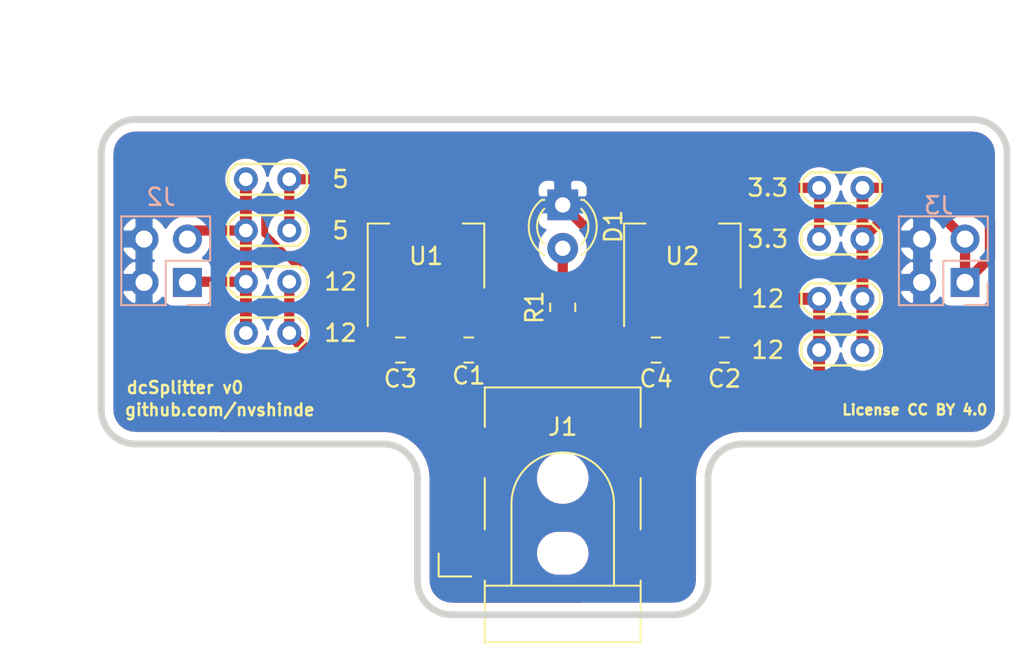
<source format=kicad_pcb>
(kicad_pcb (version 20171130) (host pcbnew "(5.1.9)-1")

  (general
    (thickness 1.6)
    (drawings 22)
    (tracks 85)
    (zones 0)
    (modules 19)
    (nets 8)
  )

  (page A4)
  (layers
    (0 F.Cu signal)
    (31 B.Cu signal)
    (32 B.Adhes user)
    (33 F.Adhes user)
    (34 B.Paste user)
    (35 F.Paste user)
    (36 B.SilkS user)
    (37 F.SilkS user)
    (38 B.Mask user)
    (39 F.Mask user)
    (40 Dwgs.User user)
    (41 Cmts.User user)
    (42 Eco1.User user)
    (43 Eco2.User user)
    (44 Edge.Cuts user)
    (45 Margin user)
    (46 B.CrtYd user)
    (47 F.CrtYd user)
    (48 B.Fab user)
    (49 F.Fab user)
  )

  (setup
    (last_trace_width 0.16)
    (trace_clearance 0.16)
    (zone_clearance 0.508)
    (zone_45_only no)
    (trace_min 0.15)
    (via_size 0.8)
    (via_drill 0.4)
    (via_min_size 0.4)
    (via_min_drill 0.3)
    (uvia_size 0.3)
    (uvia_drill 0.1)
    (uvias_allowed no)
    (uvia_min_size 0.2)
    (uvia_min_drill 0.1)
    (edge_width 0.05)
    (segment_width 0.2)
    (pcb_text_width 0.3)
    (pcb_text_size 1.5 1.5)
    (mod_edge_width 0.12)
    (mod_text_size 1 1)
    (mod_text_width 0.15)
    (pad_size 1.524 1.524)
    (pad_drill 0.762)
    (pad_to_mask_clearance 0.1)
    (solder_mask_min_width 0.15)
    (aux_axis_origin 0 0)
    (visible_elements 7FFFFFFF)
    (pcbplotparams
      (layerselection 0x010fc_ffffffff)
      (usegerberextensions true)
      (usegerberattributes true)
      (usegerberadvancedattributes true)
      (creategerberjobfile true)
      (excludeedgelayer true)
      (linewidth 0.100000)
      (plotframeref false)
      (viasonmask false)
      (mode 1)
      (useauxorigin false)
      (hpglpennumber 1)
      (hpglpenspeed 20)
      (hpglpendiameter 15.000000)
      (psnegative false)
      (psa4output false)
      (plotreference true)
      (plotvalue false)
      (plotinvisibletext false)
      (padsonsilk false)
      (subtractmaskfromsilk false)
      (outputformat 1)
      (mirror false)
      (drillshape 0)
      (scaleselection 1)
      (outputdirectory "Gerbers/"))
  )

  (net 0 "")
  (net 1 GND)
  (net 2 "Net-(C1-Pad1)")
  (net 3 "Net-(C3-Pad1)")
  (net 4 "Net-(C4-Pad1)")
  (net 5 "Net-(D1-Pad2)")
  (net 6 "Net-(J2-Pad1)")
  (net 7 "Net-(J3-Pad1)")

  (net_class Default "This is the default net class."
    (clearance 0.16)
    (trace_width 0.16)
    (via_dia 0.8)
    (via_drill 0.4)
    (uvia_dia 0.3)
    (uvia_drill 0.1)
    (add_net GND)
    (add_net "Net-(C1-Pad1)")
    (add_net "Net-(C3-Pad1)")
    (add_net "Net-(C4-Pad1)")
    (add_net "Net-(D1-Pad2)")
    (add_net "Net-(J2-Pad1)")
    (add_net "Net-(J3-Pad1)")
  )

  (module Connector_PinHeader_2.54mm:PinHeader_2x02_P2.54mm_Vertical (layer B.Cu) (tedit 59FED5CC) (tstamp 6076C569)
    (at 158.04 22.54 90)
    (descr "Through hole straight pin header, 2x02, 2.54mm pitch, double rows")
    (tags "Through hole pin header THT 2x02 2.54mm double row")
    (path /607CB4E3)
    (fp_text reference J3 (at 4.5 -1.54 180) (layer B.SilkS)
      (effects (font (size 1 1) (thickness 0.15)) (justify mirror))
    )
    (fp_text value Conn_02x02_Odd_Even (at 1.27 -4.87 270) (layer B.Fab)
      (effects (font (size 1 1) (thickness 0.15)) (justify mirror))
    )
    (fp_line (start 4.35 1.8) (end -1.8 1.8) (layer B.CrtYd) (width 0.05))
    (fp_line (start 4.35 -4.35) (end 4.35 1.8) (layer B.CrtYd) (width 0.05))
    (fp_line (start -1.8 -4.35) (end 4.35 -4.35) (layer B.CrtYd) (width 0.05))
    (fp_line (start -1.8 1.8) (end -1.8 -4.35) (layer B.CrtYd) (width 0.05))
    (fp_line (start -1.33 1.33) (end 0 1.33) (layer B.SilkS) (width 0.12))
    (fp_line (start -1.33 0) (end -1.33 1.33) (layer B.SilkS) (width 0.12))
    (fp_line (start 1.27 1.33) (end 3.87 1.33) (layer B.SilkS) (width 0.12))
    (fp_line (start 1.27 -1.27) (end 1.27 1.33) (layer B.SilkS) (width 0.12))
    (fp_line (start -1.33 -1.27) (end 1.27 -1.27) (layer B.SilkS) (width 0.12))
    (fp_line (start 3.87 1.33) (end 3.87 -3.87) (layer B.SilkS) (width 0.12))
    (fp_line (start -1.33 -1.27) (end -1.33 -3.87) (layer B.SilkS) (width 0.12))
    (fp_line (start -1.33 -3.87) (end 3.87 -3.87) (layer B.SilkS) (width 0.12))
    (fp_line (start -1.27 0) (end 0 1.27) (layer B.Fab) (width 0.1))
    (fp_line (start -1.27 -3.81) (end -1.27 0) (layer B.Fab) (width 0.1))
    (fp_line (start 3.81 -3.81) (end -1.27 -3.81) (layer B.Fab) (width 0.1))
    (fp_line (start 3.81 1.27) (end 3.81 -3.81) (layer B.Fab) (width 0.1))
    (fp_line (start 0 1.27) (end 3.81 1.27) (layer B.Fab) (width 0.1))
    (fp_text user %R (at 1.27 -1.27) (layer B.Fab)
      (effects (font (size 1 1) (thickness 0.15)) (justify mirror))
    )
    (pad 4 thru_hole oval (at 2.54 -2.54 90) (size 1.7 1.7) (drill 1) (layers *.Cu *.Mask)
      (net 1 GND))
    (pad 3 thru_hole oval (at 0 -2.54 90) (size 1.7 1.7) (drill 1) (layers *.Cu *.Mask)
      (net 1 GND))
    (pad 2 thru_hole oval (at 2.54 0 90) (size 1.7 1.7) (drill 1) (layers *.Cu *.Mask)
      (net 7 "Net-(J3-Pad1)"))
    (pad 1 thru_hole rect (at 0 0 90) (size 1.7 1.7) (drill 1) (layers *.Cu *.Mask)
      (net 7 "Net-(J3-Pad1)"))
    (model ${KISYS3DMOD}/Connector_PinHeader_2.54mm.3dshapes/PinHeader_2x02_P2.54mm_Vertical.wrl
      (at (xyz 0 0 0))
      (scale (xyz 1 1 1))
      (rotate (xyz 0 0 0))
    )
  )

  (module Capacitor_SMD:C_0805_2012Metric_Pad1.18x1.45mm_HandSolder (layer F.Cu) (tedit 5F68FEEF) (tstamp 6076AC67)
    (at 129 26.5)
    (descr "Capacitor SMD 0805 (2012 Metric), square (rectangular) end terminal, IPC_7351 nominal with elongated pad for handsoldering. (Body size source: IPC-SM-782 page 76, https://www.pcb-3d.com/wordpress/wp-content/uploads/ipc-sm-782a_amendment_1_and_2.pdf, https://docs.google.com/spreadsheets/d/1BsfQQcO9C6DZCsRaXUlFlo91Tg2WpOkGARC1WS5S8t0/edit?usp=sharing), generated with kicad-footprint-generator")
    (tags "capacitor handsolder")
    (path /60760D70)
    (attr smd)
    (fp_text reference C1 (at 0 1.5) (layer F.SilkS)
      (effects (font (size 1 1) (thickness 0.15)))
    )
    (fp_text value 10uF (at 0 1.68) (layer F.Fab)
      (effects (font (size 1 1) (thickness 0.15)))
    )
    (fp_line (start 1.88 0.98) (end -1.88 0.98) (layer F.CrtYd) (width 0.05))
    (fp_line (start 1.88 -0.98) (end 1.88 0.98) (layer F.CrtYd) (width 0.05))
    (fp_line (start -1.88 -0.98) (end 1.88 -0.98) (layer F.CrtYd) (width 0.05))
    (fp_line (start -1.88 0.98) (end -1.88 -0.98) (layer F.CrtYd) (width 0.05))
    (fp_line (start -0.261252 0.735) (end 0.261252 0.735) (layer F.SilkS) (width 0.12))
    (fp_line (start -0.261252 -0.735) (end 0.261252 -0.735) (layer F.SilkS) (width 0.12))
    (fp_line (start 1 0.625) (end -1 0.625) (layer F.Fab) (width 0.1))
    (fp_line (start 1 -0.625) (end 1 0.625) (layer F.Fab) (width 0.1))
    (fp_line (start -1 -0.625) (end 1 -0.625) (layer F.Fab) (width 0.1))
    (fp_line (start -1 0.625) (end -1 -0.625) (layer F.Fab) (width 0.1))
    (fp_text user %R (at 0 0) (layer F.Fab)
      (effects (font (size 0.5 0.5) (thickness 0.08)))
    )
    (pad 2 smd roundrect (at 1.0375 0) (size 1.175 1.45) (layers F.Cu F.Paste F.Mask) (roundrect_rratio 0.2127659574468085)
      (net 1 GND))
    (pad 1 smd roundrect (at -1.0375 0) (size 1.175 1.45) (layers F.Cu F.Paste F.Mask) (roundrect_rratio 0.2127659574468085)
      (net 2 "Net-(C1-Pad1)"))
    (model ${KISYS3DMOD}/Capacitor_SMD.3dshapes/C_0805_2012Metric.wrl
      (at (xyz 0 0 0))
      (scale (xyz 1 1 1))
      (rotate (xyz 0 0 0))
    )
  )

  (module Capacitor_SMD:C_0805_2012Metric_Pad1.18x1.45mm_HandSolder (layer F.Cu) (tedit 5F68FEEF) (tstamp 6076AC78)
    (at 143.9625 26.5 180)
    (descr "Capacitor SMD 0805 (2012 Metric), square (rectangular) end terminal, IPC_7351 nominal with elongated pad for handsoldering. (Body size source: IPC-SM-782 page 76, https://www.pcb-3d.com/wordpress/wp-content/uploads/ipc-sm-782a_amendment_1_and_2.pdf, https://docs.google.com/spreadsheets/d/1BsfQQcO9C6DZCsRaXUlFlo91Tg2WpOkGARC1WS5S8t0/edit?usp=sharing), generated with kicad-footprint-generator")
    (tags "capacitor handsolder")
    (path /607618F7)
    (attr smd)
    (fp_text reference C2 (at 0 -1.68) (layer F.SilkS)
      (effects (font (size 1 1) (thickness 0.15)))
    )
    (fp_text value 10uF (at 0 1.68) (layer F.Fab)
      (effects (font (size 1 1) (thickness 0.15)))
    )
    (fp_line (start -1 0.625) (end -1 -0.625) (layer F.Fab) (width 0.1))
    (fp_line (start -1 -0.625) (end 1 -0.625) (layer F.Fab) (width 0.1))
    (fp_line (start 1 -0.625) (end 1 0.625) (layer F.Fab) (width 0.1))
    (fp_line (start 1 0.625) (end -1 0.625) (layer F.Fab) (width 0.1))
    (fp_line (start -0.261252 -0.735) (end 0.261252 -0.735) (layer F.SilkS) (width 0.12))
    (fp_line (start -0.261252 0.735) (end 0.261252 0.735) (layer F.SilkS) (width 0.12))
    (fp_line (start -1.88 0.98) (end -1.88 -0.98) (layer F.CrtYd) (width 0.05))
    (fp_line (start -1.88 -0.98) (end 1.88 -0.98) (layer F.CrtYd) (width 0.05))
    (fp_line (start 1.88 -0.98) (end 1.88 0.98) (layer F.CrtYd) (width 0.05))
    (fp_line (start 1.88 0.98) (end -1.88 0.98) (layer F.CrtYd) (width 0.05))
    (fp_text user %R (at 0 0) (layer F.Fab)
      (effects (font (size 0.5 0.5) (thickness 0.08)))
    )
    (pad 1 smd roundrect (at -1.0375 0 180) (size 1.175 1.45) (layers F.Cu F.Paste F.Mask) (roundrect_rratio 0.2127659574468085)
      (net 2 "Net-(C1-Pad1)"))
    (pad 2 smd roundrect (at 1.0375 0 180) (size 1.175 1.45) (layers F.Cu F.Paste F.Mask) (roundrect_rratio 0.2127659574468085)
      (net 1 GND))
    (model ${KISYS3DMOD}/Capacitor_SMD.3dshapes/C_0805_2012Metric.wrl
      (at (xyz 0 0 0))
      (scale (xyz 1 1 1))
      (rotate (xyz 0 0 0))
    )
  )

  (module Capacitor_SMD:C_0805_2012Metric_Pad1.18x1.45mm_HandSolder (layer F.Cu) (tedit 5F68FEEF) (tstamp 6076AC89)
    (at 125 26.5 180)
    (descr "Capacitor SMD 0805 (2012 Metric), square (rectangular) end terminal, IPC_7351 nominal with elongated pad for handsoldering. (Body size source: IPC-SM-782 page 76, https://www.pcb-3d.com/wordpress/wp-content/uploads/ipc-sm-782a_amendment_1_and_2.pdf, https://docs.google.com/spreadsheets/d/1BsfQQcO9C6DZCsRaXUlFlo91Tg2WpOkGARC1WS5S8t0/edit?usp=sharing), generated with kicad-footprint-generator")
    (tags "capacitor handsolder")
    (path /60761EDE)
    (attr smd)
    (fp_text reference C3 (at 0 -1.68) (layer F.SilkS)
      (effects (font (size 1 1) (thickness 0.15)))
    )
    (fp_text value 22uF (at 0 1.68) (layer F.Fab)
      (effects (font (size 1 1) (thickness 0.15)))
    )
    (fp_line (start 1.88 0.98) (end -1.88 0.98) (layer F.CrtYd) (width 0.05))
    (fp_line (start 1.88 -0.98) (end 1.88 0.98) (layer F.CrtYd) (width 0.05))
    (fp_line (start -1.88 -0.98) (end 1.88 -0.98) (layer F.CrtYd) (width 0.05))
    (fp_line (start -1.88 0.98) (end -1.88 -0.98) (layer F.CrtYd) (width 0.05))
    (fp_line (start -0.261252 0.735) (end 0.261252 0.735) (layer F.SilkS) (width 0.12))
    (fp_line (start -0.261252 -0.735) (end 0.261252 -0.735) (layer F.SilkS) (width 0.12))
    (fp_line (start 1 0.625) (end -1 0.625) (layer F.Fab) (width 0.1))
    (fp_line (start 1 -0.625) (end 1 0.625) (layer F.Fab) (width 0.1))
    (fp_line (start -1 -0.625) (end 1 -0.625) (layer F.Fab) (width 0.1))
    (fp_line (start -1 0.625) (end -1 -0.625) (layer F.Fab) (width 0.1))
    (fp_text user %R (at 0 0) (layer F.Fab)
      (effects (font (size 0.5 0.5) (thickness 0.08)))
    )
    (pad 2 smd roundrect (at 1.0375 0 180) (size 1.175 1.45) (layers F.Cu F.Paste F.Mask) (roundrect_rratio 0.2127659574468085)
      (net 1 GND))
    (pad 1 smd roundrect (at -1.0375 0 180) (size 1.175 1.45) (layers F.Cu F.Paste F.Mask) (roundrect_rratio 0.2127659574468085)
      (net 3 "Net-(C3-Pad1)"))
    (model ${KISYS3DMOD}/Capacitor_SMD.3dshapes/C_0805_2012Metric.wrl
      (at (xyz 0 0 0))
      (scale (xyz 1 1 1))
      (rotate (xyz 0 0 0))
    )
  )

  (module Capacitor_SMD:C_0805_2012Metric_Pad1.18x1.45mm_HandSolder (layer F.Cu) (tedit 5F68FEEF) (tstamp 6076AC9A)
    (at 139.9625 26.5 180)
    (descr "Capacitor SMD 0805 (2012 Metric), square (rectangular) end terminal, IPC_7351 nominal with elongated pad for handsoldering. (Body size source: IPC-SM-782 page 76, https://www.pcb-3d.com/wordpress/wp-content/uploads/ipc-sm-782a_amendment_1_and_2.pdf, https://docs.google.com/spreadsheets/d/1BsfQQcO9C6DZCsRaXUlFlo91Tg2WpOkGARC1WS5S8t0/edit?usp=sharing), generated with kicad-footprint-generator")
    (tags "capacitor handsolder")
    (path /60762948)
    (attr smd)
    (fp_text reference C4 (at 0 -1.68) (layer F.SilkS)
      (effects (font (size 1 1) (thickness 0.15)))
    )
    (fp_text value 22uF (at 0 1.68) (layer F.Fab)
      (effects (font (size 1 1) (thickness 0.15)))
    )
    (fp_line (start -1 0.625) (end -1 -0.625) (layer F.Fab) (width 0.1))
    (fp_line (start -1 -0.625) (end 1 -0.625) (layer F.Fab) (width 0.1))
    (fp_line (start 1 -0.625) (end 1 0.625) (layer F.Fab) (width 0.1))
    (fp_line (start 1 0.625) (end -1 0.625) (layer F.Fab) (width 0.1))
    (fp_line (start -0.261252 -0.735) (end 0.261252 -0.735) (layer F.SilkS) (width 0.12))
    (fp_line (start -0.261252 0.735) (end 0.261252 0.735) (layer F.SilkS) (width 0.12))
    (fp_line (start -1.88 0.98) (end -1.88 -0.98) (layer F.CrtYd) (width 0.05))
    (fp_line (start -1.88 -0.98) (end 1.88 -0.98) (layer F.CrtYd) (width 0.05))
    (fp_line (start 1.88 -0.98) (end 1.88 0.98) (layer F.CrtYd) (width 0.05))
    (fp_line (start 1.88 0.98) (end -1.88 0.98) (layer F.CrtYd) (width 0.05))
    (fp_text user %R (at 0 0) (layer F.Fab)
      (effects (font (size 0.5 0.5) (thickness 0.08)))
    )
    (pad 1 smd roundrect (at -1.0375 0 180) (size 1.175 1.45) (layers F.Cu F.Paste F.Mask) (roundrect_rratio 0.2127659574468085)
      (net 4 "Net-(C4-Pad1)"))
    (pad 2 smd roundrect (at 1.0375 0 180) (size 1.175 1.45) (layers F.Cu F.Paste F.Mask) (roundrect_rratio 0.2127659574468085)
      (net 1 GND))
    (model ${KISYS3DMOD}/Capacitor_SMD.3dshapes/C_0805_2012Metric.wrl
      (at (xyz 0 0 0))
      (scale (xyz 1 1 1))
      (rotate (xyz 0 0 0))
    )
  )

  (module LED_THT:LED_D3.0mm (layer F.Cu) (tedit 587A3A7B) (tstamp 6076ACAD)
    (at 134.5 18 270)
    (descr "LED, diameter 3.0mm, 2 pins")
    (tags "LED diameter 3.0mm 2 pins")
    (path /6076B33E)
    (fp_text reference D1 (at 1.27 -2.96 90) (layer F.SilkS)
      (effects (font (size 1 1) (thickness 0.15)))
    )
    (fp_text value LED (at 1.27 2.96 90) (layer F.Fab)
      (effects (font (size 1 1) (thickness 0.15)))
    )
    (fp_circle (center 1.27 0) (end 2.77 0) (layer F.Fab) (width 0.1))
    (fp_line (start -0.23 -1.16619) (end -0.23 1.16619) (layer F.Fab) (width 0.1))
    (fp_line (start -0.29 -1.236) (end -0.29 -1.08) (layer F.SilkS) (width 0.12))
    (fp_line (start -0.29 1.08) (end -0.29 1.236) (layer F.SilkS) (width 0.12))
    (fp_line (start -1.15 -2.25) (end -1.15 2.25) (layer F.CrtYd) (width 0.05))
    (fp_line (start -1.15 2.25) (end 3.7 2.25) (layer F.CrtYd) (width 0.05))
    (fp_line (start 3.7 2.25) (end 3.7 -2.25) (layer F.CrtYd) (width 0.05))
    (fp_line (start 3.7 -2.25) (end -1.15 -2.25) (layer F.CrtYd) (width 0.05))
    (fp_arc (start 1.27 0) (end -0.23 -1.16619) (angle 284.3) (layer F.Fab) (width 0.1))
    (fp_arc (start 1.27 0) (end -0.29 -1.235516) (angle 108.8) (layer F.SilkS) (width 0.12))
    (fp_arc (start 1.27 0) (end -0.29 1.235516) (angle -108.8) (layer F.SilkS) (width 0.12))
    (fp_arc (start 1.27 0) (end 0.229039 -1.08) (angle 87.9) (layer F.SilkS) (width 0.12))
    (fp_arc (start 1.27 0) (end 0.229039 1.08) (angle -87.9) (layer F.SilkS) (width 0.12))
    (pad 1 thru_hole rect (at 0 0 270) (size 1.8 1.8) (drill 0.9) (layers *.Cu *.Mask)
      (net 1 GND))
    (pad 2 thru_hole circle (at 2.54 0 270) (size 1.8 1.8) (drill 0.9) (layers *.Cu *.Mask)
      (net 5 "Net-(D1-Pad2)"))
    (model ${KISYS3DMOD}/LED_THT.3dshapes/LED_D3.0mm.wrl
      (at (xyz 0 0 0))
      (scale (xyz 1 1 1))
      (rotate (xyz 0 0 0))
    )
  )

  (module Connector_BarrelJack:BarrelJack_CLIFF_FC681465S_SMT_Horizontal (layer F.Cu) (tedit 5E73DD84) (tstamp 6076ACD1)
    (at 134.5 35.5 90)
    (descr "Surface-mount DC Barrel Jack, https://www.cliffuk.co.uk/products/dcconnectors/FC681465S.pdf")
    (tags "Power Jack SMT")
    (path /6075C5A0)
    (attr smd)
    (fp_text reference J1 (at 4.5 0) (layer F.SilkS)
      (effects (font (size 1 1) (thickness 0.15)))
    )
    (fp_text value Barrel_Jack (at -0.5 8.5 270) (layer F.Fab)
      (effects (font (size 1 1) (thickness 0.15)))
    )
    (fp_line (start -4.26 -7.26) (end -4.26 -5.36) (layer F.SilkS) (width 0.12))
    (fp_line (start -2.92 -7.26) (end -4.26 -7.26) (layer F.SilkS) (width 0.12))
    (fp_line (start -8 4.45) (end -8 -4.45) (layer F.Fab) (width 0.1))
    (fp_line (start -2 -4.45) (end 6.7 -4.45) (layer F.Fab) (width 0.1))
    (fp_line (start 6.7 4.45) (end 6.7 -4.45) (layer F.Fab) (width 0.1))
    (fp_line (start -8 4.45) (end 6.7 4.45) (layer F.Fab) (width 0.1))
    (fp_line (start -8.11 -4.56) (end -4.5 -4.56) (layer F.SilkS) (width 0.12))
    (fp_line (start 6.81 4.56) (end 6.81 -4.56) (layer F.SilkS) (width 0.12))
    (fp_line (start -1.5 -4.56) (end 1.5 -4.56) (layer F.SilkS) (width 0.12))
    (fp_line (start 4.5 -4.56) (end 6.81 -4.56) (layer F.SilkS) (width 0.12))
    (fp_line (start 4.5 4.56) (end 6.81 4.56) (layer F.SilkS) (width 0.12))
    (fp_line (start -1.5 4.56) (end 1.5 4.56) (layer F.SilkS) (width 0.12))
    (fp_line (start -8.11 4.56) (end -4.5 4.56) (layer F.SilkS) (width 0.12))
    (fp_line (start -8.11 4.56) (end -8.11 -4.56) (layer F.SilkS) (width 0.12))
    (fp_line (start -4.8 4.56) (end -4.8 -4.56) (layer F.SilkS) (width 0.12))
    (fp_line (start -4.8 -3) (end 0 -3) (layer F.SilkS) (width 0.12))
    (fp_line (start -4.8 3) (end 0 3) (layer F.SilkS) (width 0.12))
    (fp_line (start -8.5 7.5) (end 7.2 7.5) (layer F.CrtYd) (width 0.05))
    (fp_line (start 7.2 7.5) (end 7.2 -7.5) (layer F.CrtYd) (width 0.05))
    (fp_line (start -8.5 -7.5) (end 7.2 -7.5) (layer F.CrtYd) (width 0.05))
    (fp_line (start -8.5 7.5) (end -8.5 -7.5) (layer F.CrtYd) (width 0.05))
    (fp_line (start -8 -4.45) (end -4 -4.45) (layer F.Fab) (width 0.1))
    (fp_line (start -4 -4.45) (end -3 -3.5) (layer F.Fab) (width 0.1))
    (fp_line (start -3 -3.5) (end -2 -4.45) (layer F.Fab) (width 0.1))
    (fp_text user %R (at -0.5 0.5 270) (layer F.Fab)
      (effects (font (size 1 1) (thickness 0.15)))
    )
    (fp_arc (start 0 0) (end 0 3) (angle -180) (layer F.SilkS) (width 0.12))
    (pad 3 smd rect (at -3 5.5 180) (size 3 2) (layers F.Cu F.Paste F.Mask))
    (pad 2 smd rect (at 3 5.5 180) (size 3 2) (layers F.Cu F.Paste F.Mask)
      (net 1 GND))
    (pad 1 smd rect (at 3 -5.5 180) (size 3 2) (layers F.Cu F.Paste F.Mask)
      (net 2 "Net-(C1-Pad1)"))
    (pad 1 smd rect (at -3 -5.5 180) (size 3 2) (layers F.Cu F.Paste F.Mask)
      (net 2 "Net-(C1-Pad1)"))
    (pad "" np_thru_hole circle (at 1.5 0 180) (size 2 2) (drill 2) (layers *.Cu *.Mask))
    (pad "" np_thru_hole oval (at -2.9 0 180) (size 2 1.5) (drill oval 2 1.5) (layers *.Cu *.Mask))
    (model ${KISYS3DMOD}/Connector_BarrelJack.3dshapes/BarrelJack_CLIFF_FC681465S_SMT_Horizontal.wrl
      (at (xyz 0 0 0))
      (scale (xyz 1 1 1))
      (rotate (xyz 0 0 0))
    )
  )

  (module TestPoint:TestPoint_2Pads_Pitch2.54mm_Drill0.8mm (layer F.Cu) (tedit 5A0F774F) (tstamp 6076AD1C)
    (at 118.5 25.5 180)
    (descr "Test point with 2 pins, pitch 2.54mm, drill diameter 0.8mm")
    (tags "CONN DEV")
    (path /6077F41F)
    (attr virtual)
    (fp_text reference 12 (at -3 0) (layer F.SilkS)
      (effects (font (size 1 1) (thickness 0.15)))
    )
    (fp_text value 12 (at 5 0) (layer F.Fab)
      (effects (font (size 1 1) (thickness 0.15)))
    )
    (fp_line (start -1.03 -0.4) (end -0.53 -0.9) (layer F.SilkS) (width 0.15))
    (fp_line (start -1.03 0.4) (end -1.03 -0.4) (layer F.SilkS) (width 0.15))
    (fp_line (start -0.53 0.9) (end -1.03 0.4) (layer F.SilkS) (width 0.15))
    (fp_line (start 3.07 0.9) (end -0.53 0.9) (layer F.SilkS) (width 0.15))
    (fp_line (start 3.57 0.4) (end 3.07 0.9) (layer F.SilkS) (width 0.15))
    (fp_line (start 3.57 -0.4) (end 3.57 0.4) (layer F.SilkS) (width 0.15))
    (fp_line (start 3.07 -0.9) (end 3.57 -0.4) (layer F.SilkS) (width 0.15))
    (fp_line (start -0.53 -0.9) (end 3.07 -0.9) (layer F.SilkS) (width 0.15))
    (fp_line (start -1.3 0.5) (end -0.65 1.15) (layer F.CrtYd) (width 0.05))
    (fp_line (start -1.3 -0.5) (end -1.3 0.5) (layer F.CrtYd) (width 0.05))
    (fp_line (start -0.65 -1.15) (end -1.3 -0.5) (layer F.CrtYd) (width 0.05))
    (fp_line (start 3.15 -1.15) (end -0.65 -1.15) (layer F.CrtYd) (width 0.05))
    (fp_line (start 3.8 -0.5) (end 3.15 -1.15) (layer F.CrtYd) (width 0.05))
    (fp_line (start 3.8 0.5) (end 3.8 -0.5) (layer F.CrtYd) (width 0.05))
    (fp_line (start 3.15 1.15) (end 3.8 0.5) (layer F.CrtYd) (width 0.05))
    (fp_line (start -0.65 1.15) (end 3.15 1.15) (layer F.CrtYd) (width 0.05))
    (fp_text user %R (at -3 0) (layer F.Fab)
      (effects (font (size 1 1) (thickness 0.15)))
    )
    (pad 2 thru_hole circle (at 2.54 0 180) (size 1.4 1.4) (drill 0.8) (layers *.Cu *.Mask)
      (net 6 "Net-(J2-Pad1)"))
    (pad 1 thru_hole circle (at 0 0 180) (size 1.4 1.4) (drill 0.8) (layers *.Cu *.Mask)
      (net 2 "Net-(C1-Pad1)"))
  )

  (module TestPoint:TestPoint_2Pads_Pitch2.54mm_Drill0.8mm (layer F.Cu) (tedit 5A0F774F) (tstamp 6076AD33)
    (at 118.5 22.5 180)
    (descr "Test point with 2 pins, pitch 2.54mm, drill diameter 0.8mm")
    (tags "CONN DEV")
    (path /6077F425)
    (attr virtual)
    (fp_text reference 12 (at -3 0) (layer F.SilkS)
      (effects (font (size 1 1) (thickness 0.15)))
    )
    (fp_text value 12 (at 5 0) (layer F.Fab)
      (effects (font (size 1 1) (thickness 0.15)))
    )
    (fp_line (start -0.65 1.15) (end 3.15 1.15) (layer F.CrtYd) (width 0.05))
    (fp_line (start 3.15 1.15) (end 3.8 0.5) (layer F.CrtYd) (width 0.05))
    (fp_line (start 3.8 0.5) (end 3.8 -0.5) (layer F.CrtYd) (width 0.05))
    (fp_line (start 3.8 -0.5) (end 3.15 -1.15) (layer F.CrtYd) (width 0.05))
    (fp_line (start 3.15 -1.15) (end -0.65 -1.15) (layer F.CrtYd) (width 0.05))
    (fp_line (start -0.65 -1.15) (end -1.3 -0.5) (layer F.CrtYd) (width 0.05))
    (fp_line (start -1.3 -0.5) (end -1.3 0.5) (layer F.CrtYd) (width 0.05))
    (fp_line (start -1.3 0.5) (end -0.65 1.15) (layer F.CrtYd) (width 0.05))
    (fp_line (start -0.53 -0.9) (end 3.07 -0.9) (layer F.SilkS) (width 0.15))
    (fp_line (start 3.07 -0.9) (end 3.57 -0.4) (layer F.SilkS) (width 0.15))
    (fp_line (start 3.57 -0.4) (end 3.57 0.4) (layer F.SilkS) (width 0.15))
    (fp_line (start 3.57 0.4) (end 3.07 0.9) (layer F.SilkS) (width 0.15))
    (fp_line (start 3.07 0.9) (end -0.53 0.9) (layer F.SilkS) (width 0.15))
    (fp_line (start -0.53 0.9) (end -1.03 0.4) (layer F.SilkS) (width 0.15))
    (fp_line (start -1.03 0.4) (end -1.03 -0.4) (layer F.SilkS) (width 0.15))
    (fp_line (start -1.03 -0.4) (end -0.53 -0.9) (layer F.SilkS) (width 0.15))
    (fp_text user %R (at -3 0) (layer F.Fab)
      (effects (font (size 1 1) (thickness 0.15)))
    )
    (pad 1 thru_hole circle (at 0 0 180) (size 1.4 1.4) (drill 0.8) (layers *.Cu *.Mask)
      (net 2 "Net-(C1-Pad1)"))
    (pad 2 thru_hole circle (at 2.54 0 180) (size 1.4 1.4) (drill 0.8) (layers *.Cu *.Mask)
      (net 6 "Net-(J2-Pad1)"))
  )

  (module TestPoint:TestPoint_2Pads_Pitch2.54mm_Drill0.8mm (layer F.Cu) (tedit 5A0F774F) (tstamp 6076AD4A)
    (at 118.5 19.5 180)
    (descr "Test point with 2 pins, pitch 2.54mm, drill diameter 0.8mm")
    (tags "CONN DEV")
    (path /60776B77)
    (attr virtual)
    (fp_text reference 5 (at -3 0) (layer F.SilkS)
      (effects (font (size 1 1) (thickness 0.15)))
    )
    (fp_text value 5 (at 5 0) (layer F.Fab)
      (effects (font (size 1 1) (thickness 0.15)))
    )
    (fp_line (start -1.03 -0.4) (end -0.53 -0.9) (layer F.SilkS) (width 0.15))
    (fp_line (start -1.03 0.4) (end -1.03 -0.4) (layer F.SilkS) (width 0.15))
    (fp_line (start -0.53 0.9) (end -1.03 0.4) (layer F.SilkS) (width 0.15))
    (fp_line (start 3.07 0.9) (end -0.53 0.9) (layer F.SilkS) (width 0.15))
    (fp_line (start 3.57 0.4) (end 3.07 0.9) (layer F.SilkS) (width 0.15))
    (fp_line (start 3.57 -0.4) (end 3.57 0.4) (layer F.SilkS) (width 0.15))
    (fp_line (start 3.07 -0.9) (end 3.57 -0.4) (layer F.SilkS) (width 0.15))
    (fp_line (start -0.53 -0.9) (end 3.07 -0.9) (layer F.SilkS) (width 0.15))
    (fp_line (start -1.3 0.5) (end -0.65 1.15) (layer F.CrtYd) (width 0.05))
    (fp_line (start -1.3 -0.5) (end -1.3 0.5) (layer F.CrtYd) (width 0.05))
    (fp_line (start -0.65 -1.15) (end -1.3 -0.5) (layer F.CrtYd) (width 0.05))
    (fp_line (start 3.15 -1.15) (end -0.65 -1.15) (layer F.CrtYd) (width 0.05))
    (fp_line (start 3.8 -0.5) (end 3.15 -1.15) (layer F.CrtYd) (width 0.05))
    (fp_line (start 3.8 0.5) (end 3.8 -0.5) (layer F.CrtYd) (width 0.05))
    (fp_line (start 3.15 1.15) (end 3.8 0.5) (layer F.CrtYd) (width 0.05))
    (fp_line (start -0.65 1.15) (end 3.15 1.15) (layer F.CrtYd) (width 0.05))
    (fp_text user %R (at -3 0) (layer F.Fab)
      (effects (font (size 1 1) (thickness 0.15)))
    )
    (pad 2 thru_hole circle (at 2.54 0 180) (size 1.4 1.4) (drill 0.8) (layers *.Cu *.Mask)
      (net 6 "Net-(J2-Pad1)"))
    (pad 1 thru_hole circle (at 0 0 180) (size 1.4 1.4) (drill 0.8) (layers *.Cu *.Mask)
      (net 3 "Net-(C3-Pad1)"))
  )

  (module TestPoint:TestPoint_2Pads_Pitch2.54mm_Drill0.8mm (layer F.Cu) (tedit 5A0F774F) (tstamp 6076AD61)
    (at 118.5 16.5 180)
    (descr "Test point with 2 pins, pitch 2.54mm, drill diameter 0.8mm")
    (tags "CONN DEV")
    (path /6077716E)
    (attr virtual)
    (fp_text reference 5 (at -3 0) (layer F.SilkS)
      (effects (font (size 1 1) (thickness 0.15)))
    )
    (fp_text value 5 (at 5 0) (layer F.Fab)
      (effects (font (size 1 1) (thickness 0.15)))
    )
    (fp_line (start -0.65 1.15) (end 3.15 1.15) (layer F.CrtYd) (width 0.05))
    (fp_line (start 3.15 1.15) (end 3.8 0.5) (layer F.CrtYd) (width 0.05))
    (fp_line (start 3.8 0.5) (end 3.8 -0.5) (layer F.CrtYd) (width 0.05))
    (fp_line (start 3.8 -0.5) (end 3.15 -1.15) (layer F.CrtYd) (width 0.05))
    (fp_line (start 3.15 -1.15) (end -0.65 -1.15) (layer F.CrtYd) (width 0.05))
    (fp_line (start -0.65 -1.15) (end -1.3 -0.5) (layer F.CrtYd) (width 0.05))
    (fp_line (start -1.3 -0.5) (end -1.3 0.5) (layer F.CrtYd) (width 0.05))
    (fp_line (start -1.3 0.5) (end -0.65 1.15) (layer F.CrtYd) (width 0.05))
    (fp_line (start -0.53 -0.9) (end 3.07 -0.9) (layer F.SilkS) (width 0.15))
    (fp_line (start 3.07 -0.9) (end 3.57 -0.4) (layer F.SilkS) (width 0.15))
    (fp_line (start 3.57 -0.4) (end 3.57 0.4) (layer F.SilkS) (width 0.15))
    (fp_line (start 3.57 0.4) (end 3.07 0.9) (layer F.SilkS) (width 0.15))
    (fp_line (start 3.07 0.9) (end -0.53 0.9) (layer F.SilkS) (width 0.15))
    (fp_line (start -0.53 0.9) (end -1.03 0.4) (layer F.SilkS) (width 0.15))
    (fp_line (start -1.03 0.4) (end -1.03 -0.4) (layer F.SilkS) (width 0.15))
    (fp_line (start -1.03 -0.4) (end -0.53 -0.9) (layer F.SilkS) (width 0.15))
    (fp_text user %R (at -3 0) (layer F.Fab)
      (effects (font (size 1 1) (thickness 0.15)))
    )
    (pad 1 thru_hole circle (at 0 0 180) (size 1.4 1.4) (drill 0.8) (layers *.Cu *.Mask)
      (net 3 "Net-(C3-Pad1)"))
    (pad 2 thru_hole circle (at 2.54 0 180) (size 1.4 1.4) (drill 0.8) (layers *.Cu *.Mask)
      (net 6 "Net-(J2-Pad1)"))
  )

  (module TestPoint:TestPoint_2Pads_Pitch2.54mm_Drill0.8mm (layer F.Cu) (tedit 5A0F774F) (tstamp 6076C006)
    (at 149.5 17)
    (descr "Test point with 2 pins, pitch 2.54mm, drill diameter 0.8mm")
    (tags "CONN DEV")
    (path /60778E96)
    (attr virtual)
    (fp_text reference 3.3 (at -3 0) (layer F.SilkS)
      (effects (font (size 1 1) (thickness 0.15)))
    )
    (fp_text value 3.3 (at 1.27 2) (layer F.Fab)
      (effects (font (size 1 1) (thickness 0.15)))
    )
    (fp_line (start -1.03 -0.4) (end -0.53 -0.9) (layer F.SilkS) (width 0.15))
    (fp_line (start -1.03 0.4) (end -1.03 -0.4) (layer F.SilkS) (width 0.15))
    (fp_line (start -0.53 0.9) (end -1.03 0.4) (layer F.SilkS) (width 0.15))
    (fp_line (start 3.07 0.9) (end -0.53 0.9) (layer F.SilkS) (width 0.15))
    (fp_line (start 3.57 0.4) (end 3.07 0.9) (layer F.SilkS) (width 0.15))
    (fp_line (start 3.57 -0.4) (end 3.57 0.4) (layer F.SilkS) (width 0.15))
    (fp_line (start 3.07 -0.9) (end 3.57 -0.4) (layer F.SilkS) (width 0.15))
    (fp_line (start -0.53 -0.9) (end 3.07 -0.9) (layer F.SilkS) (width 0.15))
    (fp_line (start -1.3 0.5) (end -0.65 1.15) (layer F.CrtYd) (width 0.05))
    (fp_line (start -1.3 -0.5) (end -1.3 0.5) (layer F.CrtYd) (width 0.05))
    (fp_line (start -0.65 -1.15) (end -1.3 -0.5) (layer F.CrtYd) (width 0.05))
    (fp_line (start 3.15 -1.15) (end -0.65 -1.15) (layer F.CrtYd) (width 0.05))
    (fp_line (start 3.8 -0.5) (end 3.15 -1.15) (layer F.CrtYd) (width 0.05))
    (fp_line (start 3.8 0.5) (end 3.8 -0.5) (layer F.CrtYd) (width 0.05))
    (fp_line (start 3.15 1.15) (end 3.8 0.5) (layer F.CrtYd) (width 0.05))
    (fp_line (start -0.65 1.15) (end 3.15 1.15) (layer F.CrtYd) (width 0.05))
    (fp_text user %R (at -3 0) (layer F.Fab)
      (effects (font (size 1 1) (thickness 0.15)))
    )
    (pad 2 thru_hole circle (at 2.54 0) (size 1.4 1.4) (drill 0.8) (layers *.Cu *.Mask)
      (net 7 "Net-(J3-Pad1)"))
    (pad 1 thru_hole circle (at 0 0) (size 1.4 1.4) (drill 0.8) (layers *.Cu *.Mask)
      (net 4 "Net-(C4-Pad1)"))
  )

  (module TestPoint:TestPoint_2Pads_Pitch2.54mm_Drill0.8mm (layer F.Cu) (tedit 5A0F774F) (tstamp 6076AD8F)
    (at 149.5 20)
    (descr "Test point with 2 pins, pitch 2.54mm, drill diameter 0.8mm")
    (tags "CONN DEV")
    (path /60778E9C)
    (attr virtual)
    (fp_text reference 3.3 (at -3 0) (layer F.SilkS)
      (effects (font (size 1 1) (thickness 0.15)))
    )
    (fp_text value 3.3 (at 1.27 2) (layer F.Fab)
      (effects (font (size 1 1) (thickness 0.15)))
    )
    (fp_line (start -0.65 1.15) (end 3.15 1.15) (layer F.CrtYd) (width 0.05))
    (fp_line (start 3.15 1.15) (end 3.8 0.5) (layer F.CrtYd) (width 0.05))
    (fp_line (start 3.8 0.5) (end 3.8 -0.5) (layer F.CrtYd) (width 0.05))
    (fp_line (start 3.8 -0.5) (end 3.15 -1.15) (layer F.CrtYd) (width 0.05))
    (fp_line (start 3.15 -1.15) (end -0.65 -1.15) (layer F.CrtYd) (width 0.05))
    (fp_line (start -0.65 -1.15) (end -1.3 -0.5) (layer F.CrtYd) (width 0.05))
    (fp_line (start -1.3 -0.5) (end -1.3 0.5) (layer F.CrtYd) (width 0.05))
    (fp_line (start -1.3 0.5) (end -0.65 1.15) (layer F.CrtYd) (width 0.05))
    (fp_line (start -0.53 -0.9) (end 3.07 -0.9) (layer F.SilkS) (width 0.15))
    (fp_line (start 3.07 -0.9) (end 3.57 -0.4) (layer F.SilkS) (width 0.15))
    (fp_line (start 3.57 -0.4) (end 3.57 0.4) (layer F.SilkS) (width 0.15))
    (fp_line (start 3.57 0.4) (end 3.07 0.9) (layer F.SilkS) (width 0.15))
    (fp_line (start 3.07 0.9) (end -0.53 0.9) (layer F.SilkS) (width 0.15))
    (fp_line (start -0.53 0.9) (end -1.03 0.4) (layer F.SilkS) (width 0.15))
    (fp_line (start -1.03 0.4) (end -1.03 -0.4) (layer F.SilkS) (width 0.15))
    (fp_line (start -1.03 -0.4) (end -0.53 -0.9) (layer F.SilkS) (width 0.15))
    (fp_text user %R (at -3 0) (layer F.Fab)
      (effects (font (size 1 1) (thickness 0.15)))
    )
    (pad 1 thru_hole circle (at 0 0) (size 1.4 1.4) (drill 0.8) (layers *.Cu *.Mask)
      (net 4 "Net-(C4-Pad1)"))
    (pad 2 thru_hole circle (at 2.54 0) (size 1.4 1.4) (drill 0.8) (layers *.Cu *.Mask)
      (net 7 "Net-(J3-Pad1)"))
  )

  (module TestPoint:TestPoint_2Pads_Pitch2.54mm_Drill0.8mm (layer F.Cu) (tedit 5A0F774F) (tstamp 6076ADA6)
    (at 149.5 23.5)
    (descr "Test point with 2 pins, pitch 2.54mm, drill diameter 0.8mm")
    (tags "CONN DEV")
    (path /607904AE)
    (attr virtual)
    (fp_text reference 12 (at -3 0) (layer F.SilkS)
      (effects (font (size 1 1) (thickness 0.15)))
    )
    (fp_text value 12 (at 1.27 2) (layer F.Fab)
      (effects (font (size 1 1) (thickness 0.15)))
    )
    (fp_line (start -1.03 -0.4) (end -0.53 -0.9) (layer F.SilkS) (width 0.15))
    (fp_line (start -1.03 0.4) (end -1.03 -0.4) (layer F.SilkS) (width 0.15))
    (fp_line (start -0.53 0.9) (end -1.03 0.4) (layer F.SilkS) (width 0.15))
    (fp_line (start 3.07 0.9) (end -0.53 0.9) (layer F.SilkS) (width 0.15))
    (fp_line (start 3.57 0.4) (end 3.07 0.9) (layer F.SilkS) (width 0.15))
    (fp_line (start 3.57 -0.4) (end 3.57 0.4) (layer F.SilkS) (width 0.15))
    (fp_line (start 3.07 -0.9) (end 3.57 -0.4) (layer F.SilkS) (width 0.15))
    (fp_line (start -0.53 -0.9) (end 3.07 -0.9) (layer F.SilkS) (width 0.15))
    (fp_line (start -1.3 0.5) (end -0.65 1.15) (layer F.CrtYd) (width 0.05))
    (fp_line (start -1.3 -0.5) (end -1.3 0.5) (layer F.CrtYd) (width 0.05))
    (fp_line (start -0.65 -1.15) (end -1.3 -0.5) (layer F.CrtYd) (width 0.05))
    (fp_line (start 3.15 -1.15) (end -0.65 -1.15) (layer F.CrtYd) (width 0.05))
    (fp_line (start 3.8 -0.5) (end 3.15 -1.15) (layer F.CrtYd) (width 0.05))
    (fp_line (start 3.8 0.5) (end 3.8 -0.5) (layer F.CrtYd) (width 0.05))
    (fp_line (start 3.15 1.15) (end 3.8 0.5) (layer F.CrtYd) (width 0.05))
    (fp_line (start -0.65 1.15) (end 3.15 1.15) (layer F.CrtYd) (width 0.05))
    (fp_text user %R (at -3 0) (layer F.Fab)
      (effects (font (size 1 1) (thickness 0.15)))
    )
    (pad 2 thru_hole circle (at 2.54 0) (size 1.4 1.4) (drill 0.8) (layers *.Cu *.Mask)
      (net 7 "Net-(J3-Pad1)"))
    (pad 1 thru_hole circle (at 0 0) (size 1.4 1.4) (drill 0.8) (layers *.Cu *.Mask)
      (net 2 "Net-(C1-Pad1)"))
  )

  (module TestPoint:TestPoint_2Pads_Pitch2.54mm_Drill0.8mm (layer F.Cu) (tedit 5A0F774F) (tstamp 6076ADBD)
    (at 149.5 26.5)
    (descr "Test point with 2 pins, pitch 2.54mm, drill diameter 0.8mm")
    (tags "CONN DEV")
    (path /607904B4)
    (attr virtual)
    (fp_text reference 12 (at -3 0) (layer F.SilkS)
      (effects (font (size 1 1) (thickness 0.15)))
    )
    (fp_text value 12 (at 1.27 2) (layer F.Fab)
      (effects (font (size 1 1) (thickness 0.15)))
    )
    (fp_line (start -0.65 1.15) (end 3.15 1.15) (layer F.CrtYd) (width 0.05))
    (fp_line (start 3.15 1.15) (end 3.8 0.5) (layer F.CrtYd) (width 0.05))
    (fp_line (start 3.8 0.5) (end 3.8 -0.5) (layer F.CrtYd) (width 0.05))
    (fp_line (start 3.8 -0.5) (end 3.15 -1.15) (layer F.CrtYd) (width 0.05))
    (fp_line (start 3.15 -1.15) (end -0.65 -1.15) (layer F.CrtYd) (width 0.05))
    (fp_line (start -0.65 -1.15) (end -1.3 -0.5) (layer F.CrtYd) (width 0.05))
    (fp_line (start -1.3 -0.5) (end -1.3 0.5) (layer F.CrtYd) (width 0.05))
    (fp_line (start -1.3 0.5) (end -0.65 1.15) (layer F.CrtYd) (width 0.05))
    (fp_line (start -0.53 -0.9) (end 3.07 -0.9) (layer F.SilkS) (width 0.15))
    (fp_line (start 3.07 -0.9) (end 3.57 -0.4) (layer F.SilkS) (width 0.15))
    (fp_line (start 3.57 -0.4) (end 3.57 0.4) (layer F.SilkS) (width 0.15))
    (fp_line (start 3.57 0.4) (end 3.07 0.9) (layer F.SilkS) (width 0.15))
    (fp_line (start 3.07 0.9) (end -0.53 0.9) (layer F.SilkS) (width 0.15))
    (fp_line (start -0.53 0.9) (end -1.03 0.4) (layer F.SilkS) (width 0.15))
    (fp_line (start -1.03 0.4) (end -1.03 -0.4) (layer F.SilkS) (width 0.15))
    (fp_line (start -1.03 -0.4) (end -0.53 -0.9) (layer F.SilkS) (width 0.15))
    (fp_text user %R (at -3 0) (layer F.Fab)
      (effects (font (size 1 1) (thickness 0.15)))
    )
    (pad 1 thru_hole circle (at 0 0) (size 1.4 1.4) (drill 0.8) (layers *.Cu *.Mask)
      (net 2 "Net-(C1-Pad1)"))
    (pad 2 thru_hole circle (at 2.54 0) (size 1.4 1.4) (drill 0.8) (layers *.Cu *.Mask)
      (net 7 "Net-(J3-Pad1)"))
  )

  (module Resistor_SMD:R_0805_2012Metric_Pad1.20x1.40mm_HandSolder (layer F.Cu) (tedit 5F68FEEE) (tstamp 6076ADCE)
    (at 134.5 24 90)
    (descr "Resistor SMD 0805 (2012 Metric), square (rectangular) end terminal, IPC_7351 nominal with elongated pad for handsoldering. (Body size source: IPC-SM-782 page 72, https://www.pcb-3d.com/wordpress/wp-content/uploads/ipc-sm-782a_amendment_1_and_2.pdf), generated with kicad-footprint-generator")
    (tags "resistor handsolder")
    (path /6076BF64)
    (attr smd)
    (fp_text reference R1 (at 0 -1.65 90) (layer F.SilkS)
      (effects (font (size 1 1) (thickness 0.15)))
    )
    (fp_text value 1k (at 0 1.65 90) (layer F.Fab)
      (effects (font (size 1 1) (thickness 0.15)))
    )
    (fp_line (start -1 0.625) (end -1 -0.625) (layer F.Fab) (width 0.1))
    (fp_line (start -1 -0.625) (end 1 -0.625) (layer F.Fab) (width 0.1))
    (fp_line (start 1 -0.625) (end 1 0.625) (layer F.Fab) (width 0.1))
    (fp_line (start 1 0.625) (end -1 0.625) (layer F.Fab) (width 0.1))
    (fp_line (start -0.227064 -0.735) (end 0.227064 -0.735) (layer F.SilkS) (width 0.12))
    (fp_line (start -0.227064 0.735) (end 0.227064 0.735) (layer F.SilkS) (width 0.12))
    (fp_line (start -1.85 0.95) (end -1.85 -0.95) (layer F.CrtYd) (width 0.05))
    (fp_line (start -1.85 -0.95) (end 1.85 -0.95) (layer F.CrtYd) (width 0.05))
    (fp_line (start 1.85 -0.95) (end 1.85 0.95) (layer F.CrtYd) (width 0.05))
    (fp_line (start 1.85 0.95) (end -1.85 0.95) (layer F.CrtYd) (width 0.05))
    (fp_text user %R (at 0 0 90) (layer F.Fab)
      (effects (font (size 0.5 0.5) (thickness 0.08)))
    )
    (pad 1 smd roundrect (at -1 0 90) (size 1.2 1.4) (layers F.Cu F.Paste F.Mask) (roundrect_rratio 0.2083325)
      (net 4 "Net-(C4-Pad1)"))
    (pad 2 smd roundrect (at 1 0 90) (size 1.2 1.4) (layers F.Cu F.Paste F.Mask) (roundrect_rratio 0.2083325)
      (net 5 "Net-(D1-Pad2)"))
    (model ${KISYS3DMOD}/Resistor_SMD.3dshapes/R_0805_2012Metric.wrl
      (at (xyz 0 0 0))
      (scale (xyz 1 1 1))
      (rotate (xyz 0 0 0))
    )
  )

  (module Package_TO_SOT_SMD:SOT-223-3_TabPin2 (layer F.Cu) (tedit 5A02FF57) (tstamp 6076D5E6)
    (at 126.5 21 90)
    (descr "module CMS SOT223 4 pins")
    (tags "CMS SOT")
    (path /6075E7E9)
    (attr smd)
    (fp_text reference U1 (at 0 0 180) (layer F.SilkS)
      (effects (font (size 1 1) (thickness 0.15)))
    )
    (fp_text value AZ1117-5.0 (at 0 4.5 90) (layer F.Fab)
      (effects (font (size 1 1) (thickness 0.15)))
    )
    (fp_line (start 1.91 3.41) (end 1.91 2.15) (layer F.SilkS) (width 0.12))
    (fp_line (start 1.91 -3.41) (end 1.91 -2.15) (layer F.SilkS) (width 0.12))
    (fp_line (start 4.4 -3.6) (end -4.4 -3.6) (layer F.CrtYd) (width 0.05))
    (fp_line (start 4.4 3.6) (end 4.4 -3.6) (layer F.CrtYd) (width 0.05))
    (fp_line (start -4.4 3.6) (end 4.4 3.6) (layer F.CrtYd) (width 0.05))
    (fp_line (start -4.4 -3.6) (end -4.4 3.6) (layer F.CrtYd) (width 0.05))
    (fp_line (start -1.85 -2.35) (end -0.85 -3.35) (layer F.Fab) (width 0.1))
    (fp_line (start -1.85 -2.35) (end -1.85 3.35) (layer F.Fab) (width 0.1))
    (fp_line (start -1.85 3.41) (end 1.91 3.41) (layer F.SilkS) (width 0.12))
    (fp_line (start -0.85 -3.35) (end 1.85 -3.35) (layer F.Fab) (width 0.1))
    (fp_line (start -4.1 -3.41) (end 1.91 -3.41) (layer F.SilkS) (width 0.12))
    (fp_line (start -1.85 3.35) (end 1.85 3.35) (layer F.Fab) (width 0.1))
    (fp_line (start 1.85 -3.35) (end 1.85 3.35) (layer F.Fab) (width 0.1))
    (fp_text user %R (at 0 0) (layer F.Fab)
      (effects (font (size 0.8 0.8) (thickness 0.12)))
    )
    (pad 2 smd rect (at 3.15 0 90) (size 2 3.8) (layers F.Cu F.Paste F.Mask)
      (net 3 "Net-(C3-Pad1)"))
    (pad 2 smd rect (at -3.15 0 90) (size 2 1.5) (layers F.Cu F.Paste F.Mask)
      (net 3 "Net-(C3-Pad1)"))
    (pad 3 smd rect (at -3.15 2.3 90) (size 2 1.5) (layers F.Cu F.Paste F.Mask)
      (net 2 "Net-(C1-Pad1)"))
    (pad 1 smd rect (at -3.15 -2.3 90) (size 2 1.5) (layers F.Cu F.Paste F.Mask)
      (net 1 GND))
    (model ${KISYS3DMOD}/Package_TO_SOT_SMD.3dshapes/SOT-223.wrl
      (at (xyz 0 0 0))
      (scale (xyz 1 1 1))
      (rotate (xyz 0 0 0))
    )
  )

  (module Package_TO_SOT_SMD:SOT-223-3_TabPin2 (layer F.Cu) (tedit 5A02FF57) (tstamp 6076ADFA)
    (at 141.5 21 90)
    (descr "module CMS SOT223 4 pins")
    (tags "CMS SOT")
    (path /6075FD91)
    (attr smd)
    (fp_text reference U2 (at 0 0 180) (layer F.SilkS)
      (effects (font (size 1 1) (thickness 0.15)))
    )
    (fp_text value AZ1117-3.3 (at 0 4.5 90) (layer F.Fab)
      (effects (font (size 1 1) (thickness 0.15)))
    )
    (fp_line (start 1.85 -3.35) (end 1.85 3.35) (layer F.Fab) (width 0.1))
    (fp_line (start -1.85 3.35) (end 1.85 3.35) (layer F.Fab) (width 0.1))
    (fp_line (start -4.1 -3.41) (end 1.91 -3.41) (layer F.SilkS) (width 0.12))
    (fp_line (start -0.85 -3.35) (end 1.85 -3.35) (layer F.Fab) (width 0.1))
    (fp_line (start -1.85 3.41) (end 1.91 3.41) (layer F.SilkS) (width 0.12))
    (fp_line (start -1.85 -2.35) (end -1.85 3.35) (layer F.Fab) (width 0.1))
    (fp_line (start -1.85 -2.35) (end -0.85 -3.35) (layer F.Fab) (width 0.1))
    (fp_line (start -4.4 -3.6) (end -4.4 3.6) (layer F.CrtYd) (width 0.05))
    (fp_line (start -4.4 3.6) (end 4.4 3.6) (layer F.CrtYd) (width 0.05))
    (fp_line (start 4.4 3.6) (end 4.4 -3.6) (layer F.CrtYd) (width 0.05))
    (fp_line (start 4.4 -3.6) (end -4.4 -3.6) (layer F.CrtYd) (width 0.05))
    (fp_line (start 1.91 -3.41) (end 1.91 -2.15) (layer F.SilkS) (width 0.12))
    (fp_line (start 1.91 3.41) (end 1.91 2.15) (layer F.SilkS) (width 0.12))
    (fp_text user %R (at 0 0) (layer F.Fab)
      (effects (font (size 0.8 0.8) (thickness 0.12)))
    )
    (pad 1 smd rect (at -3.15 -2.3 90) (size 2 1.5) (layers F.Cu F.Paste F.Mask)
      (net 1 GND))
    (pad 3 smd rect (at -3.15 2.3 90) (size 2 1.5) (layers F.Cu F.Paste F.Mask)
      (net 2 "Net-(C1-Pad1)"))
    (pad 2 smd rect (at -3.15 0 90) (size 2 1.5) (layers F.Cu F.Paste F.Mask)
      (net 4 "Net-(C4-Pad1)"))
    (pad 2 smd rect (at 3.15 0 90) (size 2 3.8) (layers F.Cu F.Paste F.Mask)
      (net 4 "Net-(C4-Pad1)"))
    (model ${KISYS3DMOD}/Package_TO_SOT_SMD.3dshapes/SOT-223.wrl
      (at (xyz 0 0 0))
      (scale (xyz 1 1 1))
      (rotate (xyz 0 0 0))
    )
  )

  (module Connector_PinHeader_2.54mm:PinHeader_2x02_P2.54mm_Vertical (layer B.Cu) (tedit 59FED5CC) (tstamp 607A73F5)
    (at 112.54 22.54 90)
    (descr "Through hole straight pin header, 2x02, 2.54mm pitch, double rows")
    (tags "Through hole pin header THT 2x02 2.54mm double row")
    (path /607C9452)
    (fp_text reference J2 (at 5 -1.54 180) (layer B.SilkS)
      (effects (font (size 1 1) (thickness 0.15)) (justify mirror))
    )
    (fp_text value Conn_02x02_Odd_Even (at 1.27 -4.87 270) (layer B.Fab)
      (effects (font (size 1 1) (thickness 0.15)) (justify mirror))
    )
    (fp_line (start 0 1.27) (end 3.81 1.27) (layer B.Fab) (width 0.1))
    (fp_line (start 3.81 1.27) (end 3.81 -3.81) (layer B.Fab) (width 0.1))
    (fp_line (start 3.81 -3.81) (end -1.27 -3.81) (layer B.Fab) (width 0.1))
    (fp_line (start -1.27 -3.81) (end -1.27 0) (layer B.Fab) (width 0.1))
    (fp_line (start -1.27 0) (end 0 1.27) (layer B.Fab) (width 0.1))
    (fp_line (start -1.33 -3.87) (end 3.87 -3.87) (layer B.SilkS) (width 0.12))
    (fp_line (start -1.33 -1.27) (end -1.33 -3.87) (layer B.SilkS) (width 0.12))
    (fp_line (start 3.87 1.33) (end 3.87 -3.87) (layer B.SilkS) (width 0.12))
    (fp_line (start -1.33 -1.27) (end 1.27 -1.27) (layer B.SilkS) (width 0.12))
    (fp_line (start 1.27 -1.27) (end 1.27 1.33) (layer B.SilkS) (width 0.12))
    (fp_line (start 1.27 1.33) (end 3.87 1.33) (layer B.SilkS) (width 0.12))
    (fp_line (start -1.33 0) (end -1.33 1.33) (layer B.SilkS) (width 0.12))
    (fp_line (start -1.33 1.33) (end 0 1.33) (layer B.SilkS) (width 0.12))
    (fp_line (start -1.8 1.8) (end -1.8 -4.35) (layer B.CrtYd) (width 0.05))
    (fp_line (start -1.8 -4.35) (end 4.35 -4.35) (layer B.CrtYd) (width 0.05))
    (fp_line (start 4.35 -4.35) (end 4.35 1.8) (layer B.CrtYd) (width 0.05))
    (fp_line (start 4.35 1.8) (end -1.8 1.8) (layer B.CrtYd) (width 0.05))
    (fp_text user %R (at 1.27 -1.27) (layer B.Fab)
      (effects (font (size 1 1) (thickness 0.15)) (justify mirror))
    )
    (pad 1 thru_hole rect (at 0 0 90) (size 1.7 1.7) (drill 1) (layers *.Cu *.Mask)
      (net 6 "Net-(J2-Pad1)"))
    (pad 2 thru_hole oval (at 2.54 0 90) (size 1.7 1.7) (drill 1) (layers *.Cu *.Mask)
      (net 6 "Net-(J2-Pad1)"))
    (pad 3 thru_hole oval (at 0 -2.54 90) (size 1.7 1.7) (drill 1) (layers *.Cu *.Mask)
      (net 1 GND))
    (pad 4 thru_hole oval (at 2.54 -2.54 90) (size 1.7 1.7) (drill 1) (layers *.Cu *.Mask)
      (net 1 GND))
    (model ${KISYS3DMOD}/Connector_PinHeader_2.54mm.3dshapes/PinHeader_2x02_P2.54mm_Vertical.wrl
      (at (xyz 0 0 0))
      (scale (xyz 1 1 1))
      (rotate (xyz 0 0 0))
    )
  )

  (gr_text "License CC BY 4.0" (at 155.1 30) (layer F.SilkS)
    (effects (font (size 0.6 0.6) (thickness 0.15)))
  )
  (gr_arc (start 158.5 30) (end 158.5 32) (angle -90) (layer Edge.Cuts) (width 0.4) (tstamp 607A8625))
  (gr_arc (start 145 34) (end 145 32) (angle -90) (layer Edge.Cuts) (width 0.4) (tstamp 607A8625))
  (gr_arc (start 141 40) (end 141 42) (angle -90) (layer Edge.Cuts) (width 0.4) (tstamp 607A8625))
  (gr_arc (start 128 40) (end 126 40) (angle -90) (layer Edge.Cuts) (width 0.4) (tstamp 607A8625))
  (gr_arc (start 124 34) (end 126 34) (angle -90) (layer Edge.Cuts) (width 0.4) (tstamp 607A8625))
  (gr_arc (start 109.5 30) (end 107.5 30) (angle -90) (layer Edge.Cuts) (width 0.4) (tstamp 607A8625))
  (gr_arc (start 109.5 15) (end 109.5 13) (angle -90) (layer Edge.Cuts) (width 0.4) (tstamp 607A8625))
  (gr_arc (start 158.5 15) (end 160.5 15) (angle -90) (layer Edge.Cuts) (width 0.4))
  (dimension 52.975 (width 0.15) (layer Dwgs.User)
    (gr_text "52.975 mm" (at 134.0125 6.7) (layer Dwgs.User)
      (effects (font (size 1 1) (thickness 0.15)))
    )
    (feature1 (pts (xy 160.5 13) (xy 160.5 7.413579)))
    (feature2 (pts (xy 107.525 13) (xy 107.525 7.413579)))
    (crossbar (pts (xy 107.525 8) (xy 160.5 8)))
    (arrow1a (pts (xy 160.5 8) (xy 159.373496 8.586421)))
    (arrow1b (pts (xy 160.5 8) (xy 159.373496 7.413579)))
    (arrow2a (pts (xy 107.525 8) (xy 108.651504 8.586421)))
    (arrow2b (pts (xy 107.525 8) (xy 108.651504 7.413579)))
  )
  (dimension 29.00389 (width 0.15) (layer Dwgs.User)
    (gr_text "29.004 mm" (at 102.938147 27.579019 270.9383814) (layer Dwgs.User)
      (effects (font (size 1 1) (thickness 0.15)))
    )
    (feature1 (pts (xy 108 42) (xy 103.889131 42.067333)))
    (feature2 (pts (xy 107.525 13) (xy 103.414131 13.067333)))
    (crossbar (pts (xy 104.000473 13.057729) (xy 104.475473 42.057729)))
    (arrow1a (pts (xy 104.475473 42.057729) (xy 103.870682 40.94098)))
    (arrow1b (pts (xy 104.475473 42.057729) (xy 105.043366 40.921772)))
    (arrow2a (pts (xy 104.000473 13.057729) (xy 103.43258 14.193686)))
    (arrow2b (pts (xy 104.000473 13.057729) (xy 104.605264 14.174478)))
  )
  (gr_text github.com/nvshinde (at 108.8 30) (layer F.SilkS) (tstamp 607A8913)
    (effects (font (size 0.7 0.7) (thickness 0.15)) (justify left))
  )
  (gr_text "dcSplitter v0\n" (at 108.9 28.7) (layer F.SilkS)
    (effects (font (size 0.7 0.7) (thickness 0.15)) (justify left))
  )
  (gr_line (start 107.5 30) (end 107.5 15) (layer Edge.Cuts) (width 0.4) (tstamp 6076D7B7))
  (gr_line (start 124 32) (end 109.5 32) (layer Edge.Cuts) (width 0.4))
  (gr_line (start 126 40) (end 126 34) (layer Edge.Cuts) (width 0.4))
  (gr_line (start 141 42) (end 128 42) (layer Edge.Cuts) (width 0.4))
  (gr_line (start 143 34) (end 143 40) (layer Edge.Cuts) (width 0.4))
  (gr_line (start 158.5 32) (end 145 32) (layer Edge.Cuts) (width 0.4))
  (gr_line (start 160.5 15) (end 160.5 30) (layer Edge.Cuts) (width 0.4))
  (gr_line (start 109.5 13) (end 158.5 13) (layer Edge.Cuts) (width 0.4))
  (dimension 45.5 (width 0.15) (layer Dwgs.User)
    (gr_text "45.500 mm" (at 132.75 13.7) (layer Dwgs.User)
      (effects (font (size 1 1) (thickness 0.15)))
    )
    (feature1 (pts (xy 155.5 20) (xy 155.5 14.413579)))
    (feature2 (pts (xy 110 20) (xy 110 14.413579)))
    (crossbar (pts (xy 110 15) (xy 155.5 15)))
    (arrow1a (pts (xy 155.5 15) (xy 154.373496 15.586421)))
    (arrow1b (pts (xy 155.5 15) (xy 154.373496 14.413579)))
    (arrow2a (pts (xy 110 15) (xy 111.126504 15.586421)))
    (arrow2b (pts (xy 110 15) (xy 111.126504 14.413579)))
  )

  (segment (start 123.9625 24.3875) (end 124.2 24.15) (width 0.6) (layer F.Cu) (net 1))
  (segment (start 123.9625 26.5) (end 123.9625 24.3875) (width 0.6) (layer F.Cu) (net 1))
  (segment (start 130.0375 26.5) (end 138.925 26.5) (width 0.6) (layer F.Cu) (net 1))
  (segment (start 138.925 24.425) (end 139.2 24.15) (width 0.6) (layer F.Cu) (net 1))
  (segment (start 138.925 26.5) (end 138.925 24.425) (width 0.6) (layer F.Cu) (net 1))
  (segment (start 141.69999 27.72501) (end 142.925 26.5) (width 0.6) (layer F.Cu) (net 1))
  (segment (start 140.15001 27.72501) (end 141.69999 27.72501) (width 0.6) (layer F.Cu) (net 1))
  (segment (start 138.925 26.5) (end 140.15001 27.72501) (width 0.6) (layer F.Cu) (net 1))
  (segment (start 139.2 22.7) (end 134.5 18) (width 0.6) (layer F.Cu) (net 1))
  (segment (start 139.2 24.15) (end 139.2 22.7) (width 0.6) (layer F.Cu) (net 1))
  (segment (start 141.02501 31.47499) (end 140 32.5) (width 0.6) (layer F.Cu) (net 1))
  (segment (start 130.5 17.5) (end 128.5 15.5) (width 0.6) (layer F.Cu) (net 1))
  (segment (start 130.5 26.0375) (end 130.5 17.5) (width 0.6) (layer F.Cu) (net 1))
  (segment (start 130.0375 26.5) (end 130.5 26.0375) (width 0.6) (layer F.Cu) (net 1))
  (segment (start 117.060001 19.688003) (end 117.060001 18.560001) (width 0.4) (layer F.Cu) (net 1))
  (segment (start 118.771997 21.399999) (end 117.060001 19.688003) (width 0.4) (layer F.Cu) (net 1))
  (segment (start 121.449999 21.399999) (end 118.771997 21.399999) (width 0.4) (layer F.Cu) (net 1))
  (segment (start 124.2 24.15) (end 121.449999 21.399999) (width 0.4) (layer F.Cu) (net 1))
  (segment (start 117.060001 18.560001) (end 117.200001 18.420001) (width 0.4) (layer F.Cu) (net 1))
  (segment (start 110 16) (end 110 20) (width 0.6) (layer F.Cu) (net 1))
  (segment (start 110.700001 15.299999) (end 110 16) (width 0.6) (layer F.Cu) (net 1))
  (segment (start 110 20) (end 110 22.54) (width 0.6) (layer F.Cu) (net 1))
  (segment (start 135.5 41) (end 137 39.5) (width 0.6) (layer F.Cu) (net 1))
  (segment (start 137 39.5) (end 137 35.5) (width 0.6) (layer F.Cu) (net 1))
  (segment (start 114.5 31) (end 125.742476 31) (width 0.6) (layer F.Cu) (net 1))
  (segment (start 110 26.5) (end 114.5 31) (width 0.6) (layer F.Cu) (net 1))
  (segment (start 128.099998 41) (end 135.5 41) (width 0.6) (layer F.Cu) (net 1))
  (segment (start 110 22.54) (end 110 26.5) (width 0.6) (layer F.Cu) (net 1))
  (segment (start 155.5 20) (end 155.5 22.54) (width 0.6) (layer F.Cu) (net 1))
  (segment (start 144.45 23.5) (end 143.8 24.15) (width 0.6) (layer F.Cu) (net 2))
  (segment (start 147.5 23.5) (end 144.45 23.5) (width 0.6) (layer F.Cu) (net 2))
  (segment (start 145 25.35) (end 143.8 24.15) (width 0.6) (layer F.Cu) (net 2))
  (segment (start 145 26.5) (end 145 25.35) (width 0.6) (layer F.Cu) (net 2))
  (segment (start 149.5 28.5) (end 149.5 29.97499) (width 0.6) (layer F.Cu) (net 2))
  (segment (start 131.5 30) (end 129 32.5) (width 0.6) (layer F.Cu) (net 2))
  (segment (start 149.5 30) (end 131.5 30) (width 0.6) (layer F.Cu) (net 2))
  (segment (start 129 32.5) (end 129 38.5) (width 0.6) (layer F.Cu) (net 2))
  (segment (start 127.9625 31.4625) (end 127.9625 26.5) (width 0.6) (layer F.Cu) (net 2))
  (segment (start 129 32.5) (end 127.9625 31.4625) (width 0.6) (layer F.Cu) (net 2))
  (segment (start 128.8 25.6625) (end 127.9625 26.5) (width 0.6) (layer F.Cu) (net 2))
  (segment (start 128.8 24.15) (end 128.8 25.6625) (width 0.6) (layer F.Cu) (net 2))
  (segment (start 118.5 25.5) (end 118.5 22.5) (width 0.6) (layer F.Cu) (net 2))
  (segment (start 127.9625 26.5) (end 127.9625 27.5375) (width 0.25) (layer F.Cu) (net 2))
  (segment (start 127.9625 27.225) (end 126.6875 28.5) (width 0.7) (layer F.Cu) (net 2))
  (segment (start 127.9625 26.5) (end 127.9625 27.225) (width 0.7) (layer F.Cu) (net 2))
  (segment (start 121.5 28.5) (end 118.5 25.5) (width 0.7) (layer F.Cu) (net 2))
  (segment (start 126.6875 28.5) (end 121.5 28.5) (width 0.7) (layer F.Cu) (net 2))
  (segment (start 147.5 23.5) (end 149.5 23.5) (width 0.7) (layer F.Cu) (net 2))
  (segment (start 149.5 23.5) (end 149.5 26.5) (width 0.7) (layer F.Cu) (net 2))
  (segment (start 149.5 26.5) (end 149.5 28.5) (width 0.7) (layer F.Cu) (net 2))
  (segment (start 118.5 19.5) (end 118.5 16.5) (width 0.6) (layer F.Cu) (net 3))
  (segment (start 125.15 16.5) (end 126.5 17.85) (width 0.6) (layer F.Cu) (net 3))
  (segment (start 118.5 16.5) (end 125.15 16.5) (width 0.6) (layer F.Cu) (net 3))
  (segment (start 126.0375 24.6125) (end 126.5 24.15) (width 0.6) (layer F.Cu) (net 3))
  (segment (start 126.0375 26.5) (end 126.0375 24.6125) (width 0.6) (layer F.Cu) (net 3))
  (segment (start 126.5 24.15) (end 126.5 17.85) (width 0.6) (layer F.Cu) (net 3))
  (segment (start 149.5 20) (end 149.5 17) (width 0.6) (layer F.Cu) (net 4))
  (segment (start 142.35 17) (end 141.5 17.85) (width 0.6) (layer F.Cu) (net 4))
  (segment (start 149.5 17) (end 142.35 17) (width 0.6) (layer F.Cu) (net 4))
  (segment (start 141.5 17.85) (end 141.5 24.15) (width 0.6) (layer F.Cu) (net 4))
  (segment (start 141 26.5) (end 141.5 26) (width 0.6) (layer F.Cu) (net 4))
  (segment (start 141.5 26) (end 141.5 24.15) (width 0.6) (layer F.Cu) (net 4))
  (segment (start 139.65 16) (end 141.5 17.85) (width 0.6) (layer F.Cu) (net 4))
  (segment (start 133 16) (end 139.65 16) (width 0.6) (layer F.Cu) (net 4))
  (segment (start 131.5 17.5) (end 133 16) (width 0.6) (layer F.Cu) (net 4))
  (segment (start 131.5 23.5) (end 131.5 17.5) (width 0.6) (layer F.Cu) (net 4))
  (segment (start 133 25) (end 131.5 23.5) (width 0.6) (layer F.Cu) (net 4))
  (segment (start 134.5 25) (end 133 25) (width 0.6) (layer F.Cu) (net 4))
  (segment (start 134.5 23) (end 134.5 20.54) (width 0.6) (layer F.Cu) (net 5))
  (segment (start 115.96 25.5) (end 115.96 16.5) (width 0.7) (layer F.Cu) (net 6))
  (segment (start 115.92 22.54) (end 115.96 22.5) (width 0.6) (layer F.Cu) (net 6))
  (segment (start 113.04 19.5) (end 112.54 20) (width 0.6) (layer F.Cu) (net 6))
  (segment (start 115.96 19.5) (end 113.04 19.5) (width 0.6) (layer F.Cu) (net 6))
  (segment (start 112.58 22.5) (end 112.54 22.54) (width 0.6) (layer F.Cu) (net 6))
  (segment (start 115.96 22.5) (end 112.58 22.5) (width 0.6) (layer F.Cu) (net 6))
  (segment (start 152.04 25.5) (end 152.04 17) (width 0.7) (layer F.Cu) (net 7))
  (segment (start 152.04 26.5) (end 152.04 25.5) (width 0.7) (layer F.Cu) (net 7))
  (segment (start 156.04 18) (end 158.04 20) (width 0.6) (layer F.Cu) (net 7))
  (segment (start 154.04 18) (end 156.04 18) (width 0.6) (layer F.Cu) (net 7))
  (segment (start 152.04 20) (end 154.04 18) (width 0.6) (layer F.Cu) (net 7))
  (segment (start 159.5 21.08) (end 158.04 22.54) (width 0.6) (layer F.Cu) (net 7))
  (segment (start 159.5 19) (end 159.5 21.08) (width 0.6) (layer F.Cu) (net 7))
  (segment (start 157.5 17) (end 159.5 19) (width 0.6) (layer F.Cu) (net 7))
  (segment (start 152.04 17) (end 157.5 17) (width 0.6) (layer F.Cu) (net 7))
  (segment (start 158.04 20) (end 158.04 22.54) (width 0.6) (layer F.Cu) (net 7))

  (zone (net 1) (net_name GND) (layer F.Cu) (tstamp 607A89B1) (hatch edge 0.508)
    (connect_pads (clearance 0.508))
    (min_thickness 0.16)
    (fill yes (arc_segments 32) (thermal_gap 0.508) (thermal_bridge_width 0.7))
    (polygon
      (pts
        (xy 161.5 45) (xy 106.5 45) (xy 106.5 13.5) (xy 161.5 13.5)
      )
    )
    (filled_polygon
      (pts
        (xy 158.734677 13.814789) (xy 158.960418 13.882944) (xy 159.168619 13.993647) (xy 159.351354 14.142683) (xy 159.501663 14.324374)
        (xy 159.613814 14.531794) (xy 159.683543 14.757053) (xy 159.712 15.027799) (xy 159.712 17.956178) (xy 158.15876 16.402938)
        (xy 158.130949 16.369051) (xy 157.995733 16.258083) (xy 157.841467 16.175626) (xy 157.674078 16.124849) (xy 157.543618 16.112)
        (xy 157.543616 16.112) (xy 157.5 16.107704) (xy 157.456384 16.112) (xy 152.973507 16.112) (xy 152.861052 15.999545)
        (xy 152.650097 15.858589) (xy 152.415696 15.761497) (xy 152.166857 15.712) (xy 151.913143 15.712) (xy 151.664304 15.761497)
        (xy 151.429903 15.858589) (xy 151.218948 15.999545) (xy 151.039545 16.178948) (xy 150.898589 16.389903) (xy 150.801497 16.624304)
        (xy 150.77 16.782651) (xy 150.738503 16.624304) (xy 150.641411 16.389903) (xy 150.500455 16.178948) (xy 150.321052 15.999545)
        (xy 150.110097 15.858589) (xy 149.875696 15.761497) (xy 149.626857 15.712) (xy 149.373143 15.712) (xy 149.124304 15.761497)
        (xy 148.889903 15.858589) (xy 148.678948 15.999545) (xy 148.566493 16.112) (xy 142.393618 16.112) (xy 142.35 16.107704)
        (xy 142.175921 16.124849) (xy 142.008533 16.175626) (xy 141.854266 16.258083) (xy 141.85296 16.259155) (xy 141.164976 16.259155)
        (xy 140.308759 15.402938) (xy 140.280949 15.369051) (xy 140.145733 15.258083) (xy 139.991467 15.175626) (xy 139.824078 15.124849)
        (xy 139.693618 15.112) (xy 139.693616 15.112) (xy 139.65 15.107704) (xy 139.606384 15.112) (xy 133.043615 15.112)
        (xy 132.999999 15.107704) (xy 132.956383 15.112) (xy 132.956382 15.112) (xy 132.825922 15.124849) (xy 132.658533 15.175626)
        (xy 132.504267 15.258083) (xy 132.369051 15.369051) (xy 132.341245 15.402933) (xy 130.902934 16.841245) (xy 130.869052 16.869051)
        (xy 130.797382 16.956382) (xy 130.758084 17.004267) (xy 130.675626 17.158534) (xy 130.62485 17.325922) (xy 130.607704 17.5)
        (xy 130.612001 17.543626) (xy 130.612 23.456384) (xy 130.607704 23.5) (xy 130.612 23.543616) (xy 130.612 23.543617)
        (xy 130.624849 23.674077) (xy 130.675626 23.841466) (xy 130.758083 23.995732) (xy 130.869051 24.130949) (xy 130.902938 24.158759)
        (xy 132.341245 25.597067) (xy 132.369051 25.630949) (xy 132.504267 25.741917) (xy 132.658533 25.824374) (xy 132.825922 25.875151)
        (xy 132.956382 25.888) (xy 132.956383 25.888) (xy 132.999999 25.892296) (xy 133.043615 25.888) (xy 133.409009 25.888)
        (xy 133.455433 25.944567) (xy 133.582851 26.049137) (xy 133.728222 26.12684) (xy 133.885958 26.174688) (xy 134.049999 26.190845)
        (xy 134.950001 26.190845) (xy 135.114042 26.174688) (xy 135.271778 26.12684) (xy 135.417149 26.049137) (xy 135.544567 25.944567)
        (xy 135.649137 25.817149) (xy 135.72684 25.671778) (xy 135.774688 25.514042) (xy 135.790845 25.350001) (xy 135.790845 24.649999)
        (xy 135.774688 24.485958) (xy 135.72684 24.328222) (xy 135.649137 24.182851) (xy 135.544567 24.055433) (xy 135.477022 24)
        (xy 135.544567 23.944567) (xy 135.649137 23.817149) (xy 135.72684 23.671778) (xy 135.774688 23.514042) (xy 135.790845 23.350001)
        (xy 135.790845 23.15) (xy 137.859155 23.15) (xy 137.862 23.733) (xy 138.009 23.88) (xy 138.93 23.88)
        (xy 138.93 22.709) (xy 138.783 22.562) (xy 138.45 22.559155) (xy 138.334732 22.570508) (xy 138.223893 22.60413)
        (xy 138.121744 22.65873) (xy 138.032209 22.732209) (xy 137.95873 22.821744) (xy 137.90413 22.923893) (xy 137.870508 23.034732)
        (xy 137.859155 23.15) (xy 135.790845 23.15) (xy 135.790845 22.649999) (xy 135.774688 22.485958) (xy 135.72684 22.328222)
        (xy 135.649137 22.182851) (xy 135.544567 22.055433) (xy 135.417149 21.950863) (xy 135.388 21.935282) (xy 135.388 21.73626)
        (xy 135.448545 21.695805) (xy 135.655805 21.488545) (xy 135.818649 21.244832) (xy 135.930817 20.974034) (xy 135.988 20.686555)
        (xy 135.988 20.393445) (xy 135.930817 20.105966) (xy 135.818649 19.835168) (xy 135.655805 19.591455) (xy 135.537192 19.472842)
        (xy 135.626107 19.44587) (xy 135.728256 19.39127) (xy 135.817791 19.317791) (xy 135.89127 19.228256) (xy 135.94587 19.126107)
        (xy 135.979492 19.015268) (xy 135.990845 18.9) (xy 135.988 18.417) (xy 135.841 18.27) (xy 134.77 18.27)
        (xy 134.77 18.29) (xy 134.23 18.29) (xy 134.23 18.27) (xy 133.159 18.27) (xy 133.012 18.417)
        (xy 133.009155 18.9) (xy 133.020508 19.015268) (xy 133.05413 19.126107) (xy 133.10873 19.228256) (xy 133.182209 19.317791)
        (xy 133.271744 19.39127) (xy 133.373893 19.44587) (xy 133.462808 19.472842) (xy 133.344195 19.591455) (xy 133.181351 19.835168)
        (xy 133.069183 20.105966) (xy 133.012 20.393445) (xy 133.012 20.686555) (xy 133.069183 20.974034) (xy 133.181351 21.244832)
        (xy 133.344195 21.488545) (xy 133.551455 21.695805) (xy 133.612001 21.73626) (xy 133.612 21.935282) (xy 133.582851 21.950863)
        (xy 133.455433 22.055433) (xy 133.350863 22.182851) (xy 133.27316 22.328222) (xy 133.225312 22.485958) (xy 133.209155 22.649999)
        (xy 133.209155 23.350001) (xy 133.225312 23.514042) (xy 133.27316 23.671778) (xy 133.350863 23.817149) (xy 133.455433 23.944567)
        (xy 133.522978 24) (xy 133.455433 24.055433) (xy 133.409009 24.112) (xy 133.367822 24.112) (xy 132.388 23.132179)
        (xy 132.388 17.867821) (xy 133.010014 17.245808) (xy 133.012 17.583) (xy 133.159 17.73) (xy 134.23 17.73)
        (xy 134.23 17.71) (xy 134.77 17.71) (xy 134.77 17.73) (xy 135.841 17.73) (xy 135.988 17.583)
        (xy 135.990845 17.1) (xy 135.979492 16.984732) (xy 135.950149 16.888) (xy 139.009155 16.888) (xy 139.009155 18.85)
        (xy 139.020508 18.965268) (xy 139.05413 19.076107) (xy 139.10873 19.178256) (xy 139.182209 19.267791) (xy 139.271744 19.34127)
        (xy 139.373893 19.39587) (xy 139.484732 19.429492) (xy 139.6 19.440845) (xy 140.612 19.440845) (xy 140.612001 22.577403)
        (xy 140.523893 22.60413) (xy 140.421744 22.65873) (xy 140.35 22.717608) (xy 140.278256 22.65873) (xy 140.176107 22.60413)
        (xy 140.065268 22.570508) (xy 139.95 22.559155) (xy 139.617 22.562) (xy 139.47 22.709) (xy 139.47 23.88)
        (xy 139.49 23.88) (xy 139.49 24.42) (xy 139.47 24.42) (xy 139.47 24.44) (xy 138.93 24.44)
        (xy 138.93 24.42) (xy 138.009 24.42) (xy 137.862 24.567) (xy 137.859155 25.15) (xy 137.870508 25.265268)
        (xy 137.90413 25.376107) (xy 137.904158 25.376159) (xy 137.84623 25.446744) (xy 137.79163 25.548893) (xy 137.758008 25.659732)
        (xy 137.746655 25.775) (xy 137.7495 26.083) (xy 137.8965 26.23) (xy 138.655 26.23) (xy 138.655 26.21)
        (xy 139.195 26.21) (xy 139.195 26.23) (xy 139.215 26.23) (xy 139.215 26.77) (xy 139.195 26.77)
        (xy 139.195 27.666) (xy 139.342 27.813) (xy 139.5125 27.815845) (xy 139.627768 27.804492) (xy 139.738607 27.77087)
        (xy 139.840756 27.71627) (xy 139.930291 27.642791) (xy 140.00377 27.553256) (xy 140.023797 27.515788) (xy 140.067933 27.569567)
        (xy 140.195352 27.674137) (xy 140.340723 27.751839) (xy 140.498459 27.799688) (xy 140.6625 27.815845) (xy 141.3375 27.815845)
        (xy 141.501541 27.799688) (xy 141.659277 27.751839) (xy 141.804648 27.674137) (xy 141.888774 27.605097) (xy 141.919709 27.642791)
        (xy 142.009244 27.71627) (xy 142.111393 27.77087) (xy 142.222232 27.804492) (xy 142.3375 27.815845) (xy 142.508 27.813)
        (xy 142.655 27.666) (xy 142.655 26.77) (xy 142.635 26.77) (xy 142.635 26.23) (xy 142.655 26.23)
        (xy 142.655 26.21) (xy 143.195 26.21) (xy 143.195 26.23) (xy 143.215 26.23) (xy 143.215 26.77)
        (xy 143.195 26.77) (xy 143.195 27.666) (xy 143.342 27.813) (xy 143.5125 27.815845) (xy 143.627768 27.804492)
        (xy 143.738607 27.77087) (xy 143.840756 27.71627) (xy 143.930291 27.642791) (xy 144.00377 27.553256) (xy 144.023797 27.515788)
        (xy 144.067933 27.569567) (xy 144.195352 27.674137) (xy 144.340723 27.751839) (xy 144.498459 27.799688) (xy 144.6625 27.815845)
        (xy 145.3375 27.815845) (xy 145.501541 27.799688) (xy 145.659277 27.751839) (xy 145.804648 27.674137) (xy 145.932067 27.569567)
        (xy 146.036637 27.442148) (xy 146.114339 27.296777) (xy 146.162188 27.139041) (xy 146.178345 26.975) (xy 146.178345 26.025)
        (xy 146.162188 25.860959) (xy 146.114339 25.703223) (xy 146.036637 25.557852) (xy 145.932067 25.430433) (xy 145.888 25.394268)
        (xy 145.888 25.393615) (xy 145.892296 25.349999) (xy 145.88454 25.271253) (xy 145.875151 25.175922) (xy 145.824374 25.008533)
        (xy 145.741917 24.854267) (xy 145.630949 24.719051) (xy 145.597067 24.691245) (xy 145.293822 24.388) (xy 147.196034 24.388)
        (xy 147.31612 24.424427) (xy 147.453926 24.438) (xy 148.562 24.438) (xy 148.562001 25.616492) (xy 148.499545 25.678948)
        (xy 148.358589 25.889903) (xy 148.261497 26.124304) (xy 148.212 26.373143) (xy 148.212 26.626857) (xy 148.261497 26.875696)
        (xy 148.358589 27.110097) (xy 148.499545 27.321052) (xy 148.562 27.383507) (xy 148.562001 28.546074) (xy 148.575574 28.68388)
        (xy 148.612 28.803963) (xy 148.612 29.112) (xy 131.543616 29.112) (xy 131.5 29.107704) (xy 131.456384 29.112)
        (xy 131.456382 29.112) (xy 131.325922 29.124849) (xy 131.1887 29.166475) (xy 131.158533 29.175626) (xy 131.004266 29.258083)
        (xy 130.934484 29.315352) (xy 130.869051 29.369051) (xy 130.841245 29.402933) (xy 129.335024 30.909155) (xy 128.8505 30.909155)
        (xy 128.8505 27.605732) (xy 128.894567 27.569567) (xy 128.938703 27.515788) (xy 128.95873 27.553256) (xy 129.032209 27.642791)
        (xy 129.121744 27.71627) (xy 129.223893 27.77087) (xy 129.334732 27.804492) (xy 129.45 27.815845) (xy 129.6205 27.813)
        (xy 129.7675 27.666) (xy 129.7675 26.77) (xy 130.3075 26.77) (xy 130.3075 27.666) (xy 130.4545 27.813)
        (xy 130.625 27.815845) (xy 130.740268 27.804492) (xy 130.851107 27.77087) (xy 130.953256 27.71627) (xy 131.042791 27.642791)
        (xy 131.11627 27.553256) (xy 131.17087 27.451107) (xy 131.204492 27.340268) (xy 131.215845 27.225) (xy 137.746655 27.225)
        (xy 137.758008 27.340268) (xy 137.79163 27.451107) (xy 137.84623 27.553256) (xy 137.919709 27.642791) (xy 138.009244 27.71627)
        (xy 138.111393 27.77087) (xy 138.222232 27.804492) (xy 138.3375 27.815845) (xy 138.508 27.813) (xy 138.655 27.666)
        (xy 138.655 26.77) (xy 137.8965 26.77) (xy 137.7495 26.917) (xy 137.746655 27.225) (xy 131.215845 27.225)
        (xy 131.213 26.917) (xy 131.066 26.77) (xy 130.3075 26.77) (xy 129.7675 26.77) (xy 129.7475 26.77)
        (xy 129.7475 26.23) (xy 129.7675 26.23) (xy 129.7675 26.21) (xy 130.3075 26.21) (xy 130.3075 26.23)
        (xy 131.066 26.23) (xy 131.213 26.083) (xy 131.215845 25.775) (xy 131.204492 25.659732) (xy 131.17087 25.548893)
        (xy 131.11627 25.446744) (xy 131.042791 25.357209) (xy 130.953256 25.28373) (xy 130.851107 25.22913) (xy 130.740268 25.195508)
        (xy 130.625 25.184155) (xy 130.4545 25.187) (xy 130.307502 25.333998) (xy 130.307502 25.187) (xy 130.137201 25.187)
        (xy 130.140845 25.15) (xy 130.140845 23.15) (xy 130.129492 23.034732) (xy 130.09587 22.923893) (xy 130.04127 22.821744)
        (xy 129.967791 22.732209) (xy 129.878256 22.65873) (xy 129.776107 22.60413) (xy 129.665268 22.570508) (xy 129.55 22.559155)
        (xy 128.05 22.559155) (xy 127.934732 22.570508) (xy 127.823893 22.60413) (xy 127.721744 22.65873) (xy 127.65 22.717608)
        (xy 127.578256 22.65873) (xy 127.476107 22.60413) (xy 127.388 22.577404) (xy 127.388 19.440845) (xy 128.4 19.440845)
        (xy 128.515268 19.429492) (xy 128.626107 19.39587) (xy 128.728256 19.34127) (xy 128.817791 19.267791) (xy 128.89127 19.178256)
        (xy 128.94587 19.076107) (xy 128.979492 18.965268) (xy 128.990845 18.85) (xy 128.990845 16.85) (xy 128.979492 16.734732)
        (xy 128.94587 16.623893) (xy 128.89127 16.521744) (xy 128.817791 16.432209) (xy 128.728256 16.35873) (xy 128.626107 16.30413)
        (xy 128.515268 16.270508) (xy 128.4 16.259155) (xy 126.164976 16.259155) (xy 125.808759 15.902938) (xy 125.780949 15.869051)
        (xy 125.645733 15.758083) (xy 125.491467 15.675626) (xy 125.324078 15.624849) (xy 125.193618 15.612) (xy 125.193616 15.612)
        (xy 125.15 15.607704) (xy 125.106384 15.612) (xy 119.433507 15.612) (xy 119.321052 15.499545) (xy 119.110097 15.358589)
        (xy 118.875696 15.261497) (xy 118.626857 15.212) (xy 118.373143 15.212) (xy 118.124304 15.261497) (xy 117.889903 15.358589)
        (xy 117.678948 15.499545) (xy 117.499545 15.678948) (xy 117.358589 15.889903) (xy 117.261497 16.124304) (xy 117.23 16.282651)
        (xy 117.198503 16.124304) (xy 117.101411 15.889903) (xy 116.960455 15.678948) (xy 116.781052 15.499545) (xy 116.570097 15.358589)
        (xy 116.335696 15.261497) (xy 116.086857 15.212) (xy 115.833143 15.212) (xy 115.584304 15.261497) (xy 115.349903 15.358589)
        (xy 115.138948 15.499545) (xy 114.959545 15.678948) (xy 114.818589 15.889903) (xy 114.721497 16.124304) (xy 114.672 16.373143)
        (xy 114.672 16.626857) (xy 114.721497 16.875696) (xy 114.818589 17.110097) (xy 114.959545 17.321052) (xy 115.022001 17.383508)
        (xy 115.022001 18.612) (xy 113.083616 18.612) (xy 113.04 18.607704) (xy 112.996384 18.612) (xy 112.996382 18.612)
        (xy 112.95399 18.616175) (xy 112.681631 18.562) (xy 112.398369 18.562) (xy 112.120551 18.617261) (xy 111.858852 18.725661)
        (xy 111.623328 18.883032) (xy 111.423032 19.083328) (xy 111.265661 19.318852) (xy 111.263364 19.324398) (xy 111.231683 19.25782)
        (xy 111.063224 19.031791) (xy 110.853906 18.84297) (xy 110.611773 18.698613) (xy 110.487628 18.647202) (xy 110.27 18.73755)
        (xy 110.27 19.73) (xy 110.29 19.73) (xy 110.29 20.27) (xy 110.27 20.27) (xy 110.27 21.26245)
        (xy 110.288186 21.27) (xy 110.27 21.27755) (xy 110.27 22.27) (xy 110.29 22.27) (xy 110.29 22.81)
        (xy 110.27 22.81) (xy 110.27 23.80245) (xy 110.487628 23.892798) (xy 110.611773 23.841387) (xy 110.853906 23.69703)
        (xy 111.063224 23.508209) (xy 111.105245 23.451828) (xy 111.110508 23.505268) (xy 111.14413 23.616107) (xy 111.19873 23.718256)
        (xy 111.272209 23.807791) (xy 111.361744 23.88127) (xy 111.463893 23.93587) (xy 111.574732 23.969492) (xy 111.69 23.980845)
        (xy 113.39 23.980845) (xy 113.505268 23.969492) (xy 113.616107 23.93587) (xy 113.718256 23.88127) (xy 113.807791 23.807791)
        (xy 113.88127 23.718256) (xy 113.93587 23.616107) (xy 113.969492 23.505268) (xy 113.980845 23.39) (xy 113.980845 23.388)
        (xy 115.022 23.388) (xy 115.022 24.616493) (xy 114.959545 24.678948) (xy 114.818589 24.889903) (xy 114.721497 25.124304)
        (xy 114.672 25.373143) (xy 114.672 25.626857) (xy 114.721497 25.875696) (xy 114.818589 26.110097) (xy 114.959545 26.321052)
        (xy 115.138948 26.500455) (xy 115.349903 26.641411) (xy 115.584304 26.738503) (xy 115.833143 26.788) (xy 116.086857 26.788)
        (xy 116.335696 26.738503) (xy 116.570097 26.641411) (xy 116.781052 26.500455) (xy 116.960455 26.321052) (xy 117.101411 26.110097)
        (xy 117.198503 25.875696) (xy 117.23 25.717349) (xy 117.261497 25.875696) (xy 117.358589 26.110097) (xy 117.499545 26.321052)
        (xy 117.678948 26.500455) (xy 117.889903 26.641411) (xy 118.124304 26.738503) (xy 118.373143 26.788) (xy 118.461469 26.788)
        (xy 120.804152 29.130684) (xy 120.833525 29.166475) (xy 120.976354 29.283692) (xy 121.136049 29.369051) (xy 121.139306 29.370792)
        (xy 121.316119 29.424427) (xy 121.5 29.442538) (xy 121.546074 29.438) (xy 126.641434 29.438) (xy 126.6875 29.442537)
        (xy 126.733566 29.438) (xy 126.733574 29.438) (xy 126.87138 29.424427) (xy 127.048194 29.370792) (xy 127.0745 29.356731)
        (xy 127.0745 31.091602) (xy 127.00873 31.171744) (xy 126.95413 31.273893) (xy 126.920508 31.384732) (xy 126.909155 31.5)
        (xy 126.909155 33.5) (xy 126.920508 33.615268) (xy 126.95413 33.726107) (xy 127.00873 33.828256) (xy 127.082209 33.917791)
        (xy 127.171744 33.99127) (xy 127.273893 34.04587) (xy 127.384732 34.079492) (xy 127.5 34.090845) (xy 128.112 34.090845)
        (xy 128.112001 36.909155) (xy 127.5 36.909155) (xy 127.384732 36.920508) (xy 127.273893 36.95413) (xy 127.171744 37.00873)
        (xy 127.082209 37.082209) (xy 127.00873 37.171744) (xy 126.95413 37.273893) (xy 126.920508 37.384732) (xy 126.909155 37.5)
        (xy 126.909155 39.5) (xy 126.920508 39.615268) (xy 126.95413 39.726107) (xy 127.00873 39.828256) (xy 127.082209 39.917791)
        (xy 127.171744 39.99127) (xy 127.273893 40.04587) (xy 127.384732 40.079492) (xy 127.5 40.090845) (xy 130.5 40.090845)
        (xy 130.615268 40.079492) (xy 130.726107 40.04587) (xy 130.828256 39.99127) (xy 130.917791 39.917791) (xy 130.99127 39.828256)
        (xy 131.04587 39.726107) (xy 131.079492 39.615268) (xy 131.090845 39.5) (xy 131.090845 38.4) (xy 132.905526 38.4)
        (xy 132.93136 38.662294) (xy 133.007868 38.914508) (xy 133.132111 39.14695) (xy 133.299313 39.350687) (xy 133.50305 39.517889)
        (xy 133.735492 39.642132) (xy 133.987706 39.71864) (xy 134.184269 39.738) (xy 134.815731 39.738) (xy 135.012294 39.71864)
        (xy 135.264508 39.642132) (xy 135.49695 39.517889) (xy 135.700687 39.350687) (xy 135.867889 39.14695) (xy 135.992132 38.914508)
        (xy 136.06864 38.662294) (xy 136.094474 38.4) (xy 136.06864 38.137706) (xy 135.992132 37.885492) (xy 135.867889 37.65305)
        (xy 135.742285 37.5) (xy 137.909155 37.5) (xy 137.909155 39.5) (xy 137.920508 39.615268) (xy 137.95413 39.726107)
        (xy 138.00873 39.828256) (xy 138.082209 39.917791) (xy 138.171744 39.99127) (xy 138.273893 40.04587) (xy 138.384732 40.079492)
        (xy 138.5 40.090845) (xy 141.5 40.090845) (xy 141.615268 40.079492) (xy 141.726107 40.04587) (xy 141.828256 39.99127)
        (xy 141.917791 39.917791) (xy 141.99127 39.828256) (xy 142.04587 39.726107) (xy 142.079492 39.615268) (xy 142.090845 39.5)
        (xy 142.090845 37.5) (xy 142.079492 37.384732) (xy 142.04587 37.273893) (xy 141.99127 37.171744) (xy 141.917791 37.082209)
        (xy 141.828256 37.00873) (xy 141.726107 36.95413) (xy 141.615268 36.920508) (xy 141.5 36.909155) (xy 138.5 36.909155)
        (xy 138.384732 36.920508) (xy 138.273893 36.95413) (xy 138.171744 37.00873) (xy 138.082209 37.082209) (xy 138.00873 37.171744)
        (xy 137.95413 37.273893) (xy 137.920508 37.384732) (xy 137.909155 37.5) (xy 135.742285 37.5) (xy 135.700687 37.449313)
        (xy 135.49695 37.282111) (xy 135.264508 37.157868) (xy 135.012294 37.08136) (xy 134.815731 37.062) (xy 134.184269 37.062)
        (xy 133.987706 37.08136) (xy 133.735492 37.157868) (xy 133.50305 37.282111) (xy 133.299313 37.449313) (xy 133.132111 37.65305)
        (xy 133.007868 37.885492) (xy 132.93136 38.137706) (xy 132.905526 38.4) (xy 131.090845 38.4) (xy 131.090845 37.5)
        (xy 131.079492 37.384732) (xy 131.04587 37.273893) (xy 130.99127 37.171744) (xy 130.917791 37.082209) (xy 130.828256 37.00873)
        (xy 130.726107 36.95413) (xy 130.615268 36.920508) (xy 130.5 36.909155) (xy 129.888 36.909155) (xy 129.888 34.090845)
        (xy 130.5 34.090845) (xy 130.615268 34.079492) (xy 130.726107 34.04587) (xy 130.828256 33.99127) (xy 130.917791 33.917791)
        (xy 130.97868 33.843596) (xy 132.912 33.843596) (xy 132.912 34.156404) (xy 132.973026 34.463203) (xy 133.092732 34.7522)
        (xy 133.26652 35.012291) (xy 133.487709 35.23348) (xy 133.7478 35.407268) (xy 134.036797 35.526974) (xy 134.343596 35.588)
        (xy 134.656404 35.588) (xy 134.963203 35.526974) (xy 135.2522 35.407268) (xy 135.512291 35.23348) (xy 135.73348 35.012291)
        (xy 135.907268 34.7522) (xy 136.026974 34.463203) (xy 136.088 34.156404) (xy 136.088 33.843596) (xy 136.026974 33.536797)
        (xy 136.011733 33.5) (xy 137.909155 33.5) (xy 137.920508 33.615268) (xy 137.95413 33.726107) (xy 138.00873 33.828256)
        (xy 138.082209 33.917791) (xy 138.171744 33.99127) (xy 138.273893 34.04587) (xy 138.384732 34.079492) (xy 138.5 34.090845)
        (xy 139.583 34.088) (xy 139.73 33.941) (xy 139.73 32.77) (xy 140.27 32.77) (xy 140.27 33.941)
        (xy 140.417 34.088) (xy 141.5 34.090845) (xy 141.615268 34.079492) (xy 141.726107 34.04587) (xy 141.828256 33.99127)
        (xy 141.917791 33.917791) (xy 141.99127 33.828256) (xy 142.04587 33.726107) (xy 142.079492 33.615268) (xy 142.090845 33.5)
        (xy 142.088 32.917) (xy 141.941 32.77) (xy 140.27 32.77) (xy 139.73 32.77) (xy 138.059 32.77)
        (xy 137.912 32.917) (xy 137.909155 33.5) (xy 136.011733 33.5) (xy 135.907268 33.2478) (xy 135.73348 32.987709)
        (xy 135.512291 32.76652) (xy 135.2522 32.592732) (xy 134.963203 32.473026) (xy 134.656404 32.412) (xy 134.343596 32.412)
        (xy 134.036797 32.473026) (xy 133.7478 32.592732) (xy 133.487709 32.76652) (xy 133.26652 32.987709) (xy 133.092732 33.2478)
        (xy 132.973026 33.536797) (xy 132.912 33.843596) (xy 130.97868 33.843596) (xy 130.99127 33.828256) (xy 131.04587 33.726107)
        (xy 131.079492 33.615268) (xy 131.090845 33.5) (xy 131.090845 31.664977) (xy 131.255822 31.5) (xy 137.909155 31.5)
        (xy 137.912 32.083) (xy 138.059 32.23) (xy 139.73 32.23) (xy 139.73 31.059) (xy 140.27 31.059)
        (xy 140.27 32.23) (xy 141.941 32.23) (xy 142.088 32.083) (xy 142.090845 31.5) (xy 142.079492 31.384732)
        (xy 142.04587 31.273893) (xy 141.99127 31.171744) (xy 141.917791 31.082209) (xy 141.828256 31.00873) (xy 141.726107 30.95413)
        (xy 141.615268 30.920508) (xy 141.5 30.909155) (xy 140.417 30.912) (xy 140.27 31.059) (xy 139.73 31.059)
        (xy 139.583 30.912) (xy 138.5 30.909155) (xy 138.384732 30.920508) (xy 138.273893 30.95413) (xy 138.171744 31.00873)
        (xy 138.082209 31.082209) (xy 138.00873 31.171744) (xy 137.95413 31.273893) (xy 137.920508 31.384732) (xy 137.909155 31.5)
        (xy 131.255822 31.5) (xy 131.867822 30.888) (xy 149.543618 30.888) (xy 149.674078 30.875151) (xy 149.841467 30.824374)
        (xy 149.995733 30.741917) (xy 150.130949 30.630949) (xy 150.241917 30.495733) (xy 150.324374 30.341467) (xy 150.375151 30.174078)
        (xy 150.392296 30) (xy 150.388 29.956382) (xy 150.388 28.803966) (xy 150.424427 28.68388) (xy 150.438 28.546074)
        (xy 150.438 27.383507) (xy 150.500455 27.321052) (xy 150.641411 27.110097) (xy 150.738503 26.875696) (xy 150.77 26.717349)
        (xy 150.801497 26.875696) (xy 150.898589 27.110097) (xy 151.039545 27.321052) (xy 151.218948 27.500455) (xy 151.429903 27.641411)
        (xy 151.664304 27.738503) (xy 151.913143 27.788) (xy 152.166857 27.788) (xy 152.415696 27.738503) (xy 152.650097 27.641411)
        (xy 152.861052 27.500455) (xy 153.040455 27.321052) (xy 153.181411 27.110097) (xy 153.278503 26.875696) (xy 153.328 26.626857)
        (xy 153.328 26.373143) (xy 153.278503 26.124304) (xy 153.181411 25.889903) (xy 153.040455 25.678948) (xy 152.978 25.616493)
        (xy 152.978 24.383507) (xy 153.040455 24.321052) (xy 153.181411 24.110097) (xy 153.278503 23.875696) (xy 153.328 23.626857)
        (xy 153.328 23.373143) (xy 153.278503 23.124304) (xy 153.23846 23.02763) (xy 154.147191 23.02763) (xy 154.268317 23.28218)
        (xy 154.436776 23.508209) (xy 154.646094 23.69703) (xy 154.888227 23.841387) (xy 155.012372 23.892798) (xy 155.23 23.80245)
        (xy 155.23 22.81) (xy 154.234564 22.81) (xy 154.147191 23.02763) (xy 153.23846 23.02763) (xy 153.181411 22.889903)
        (xy 153.040455 22.678948) (xy 152.978 22.616493) (xy 152.978 20.883507) (xy 153.040455 20.821052) (xy 153.181411 20.610097)
        (xy 153.232138 20.48763) (xy 154.147191 20.48763) (xy 154.268317 20.74218) (xy 154.436776 20.968209) (xy 154.646094 21.15703)
        (xy 154.835581 21.27) (xy 154.646094 21.38297) (xy 154.436776 21.571791) (xy 154.268317 21.79782) (xy 154.147191 22.05237)
        (xy 154.234564 22.27) (xy 155.23 22.27) (xy 155.23 21.27755) (xy 155.211814 21.27) (xy 155.23 21.26245)
        (xy 155.23 20.27) (xy 154.234564 20.27) (xy 154.147191 20.48763) (xy 153.232138 20.48763) (xy 153.278503 20.375696)
        (xy 153.328 20.126857) (xy 153.328 19.967821) (xy 154.407822 18.888) (xy 154.596176 18.888) (xy 154.436776 19.031791)
        (xy 154.268317 19.25782) (xy 154.147191 19.51237) (xy 154.234564 19.73) (xy 155.23 19.73) (xy 155.23 19.71)
        (xy 155.77 19.71) (xy 155.77 19.73) (xy 155.79 19.73) (xy 155.79 20.27) (xy 155.77 20.27)
        (xy 155.77 21.26245) (xy 155.788186 21.27) (xy 155.77 21.27755) (xy 155.77 22.27) (xy 155.79 22.27)
        (xy 155.79 22.81) (xy 155.77 22.81) (xy 155.77 23.80245) (xy 155.987628 23.892798) (xy 156.111773 23.841387)
        (xy 156.353906 23.69703) (xy 156.563224 23.508209) (xy 156.605245 23.451828) (xy 156.610508 23.505268) (xy 156.64413 23.616107)
        (xy 156.69873 23.718256) (xy 156.772209 23.807791) (xy 156.861744 23.88127) (xy 156.963893 23.93587) (xy 157.074732 23.969492)
        (xy 157.19 23.980845) (xy 158.89 23.980845) (xy 159.005268 23.969492) (xy 159.116107 23.93587) (xy 159.218256 23.88127)
        (xy 159.307791 23.807791) (xy 159.38127 23.718256) (xy 159.43587 23.616107) (xy 159.469492 23.505268) (xy 159.480845 23.39)
        (xy 159.480845 22.354977) (xy 159.712 22.123821) (xy 159.712001 29.961451) (xy 159.685211 30.234678) (xy 159.617055 30.46042)
        (xy 159.506353 30.66862) (xy 159.357317 30.851355) (xy 159.175626 31.001662) (xy 158.968206 31.113814) (xy 158.742947 31.183543)
        (xy 158.472201 31.212) (xy 144.961295 31.212) (xy 144.926992 31.215378) (xy 144.914618 31.215292) (xy 144.903668 31.216366)
        (xy 144.515475 31.257167) (xy 144.445482 31.271535) (xy 144.375359 31.284911) (xy 144.364828 31.28809) (xy 144.364822 31.288092)
        (xy 143.991951 31.403515) (xy 143.926126 31.431185) (xy 143.859892 31.457945) (xy 143.850182 31.463109) (xy 143.850177 31.463111)
        (xy 143.850173 31.463114) (xy 143.506823 31.648762) (xy 143.447597 31.68871) (xy 143.387849 31.727808) (xy 143.379332 31.734754)
        (xy 143.379324 31.73476) (xy 143.379317 31.734767) (xy 143.078568 31.983568) (xy 143.028209 32.03428) (xy 142.977216 32.084216)
        (xy 142.970208 32.092687) (xy 142.970201 32.092694) (xy 142.970196 32.092702) (xy 142.723502 32.395178) (xy 142.683953 32.454703)
        (xy 142.643629 32.513595) (xy 142.6384 32.523265) (xy 142.638395 32.523273) (xy 142.638395 32.523274) (xy 142.455146 32.867914)
        (xy 142.427911 32.93399) (xy 142.399794 32.999593) (xy 142.396542 33.010095) (xy 142.39654 33.010101) (xy 142.39654 33.010103)
        (xy 142.283722 33.383774) (xy 142.269842 33.453871) (xy 142.255001 33.523693) (xy 142.253852 33.534626) (xy 142.25385 33.534636)
        (xy 142.25385 33.534645) (xy 142.215761 33.923104) (xy 142.212 33.961296) (xy 142.212001 39.961451) (xy 142.185211 40.234678)
        (xy 142.117055 40.46042) (xy 142.006353 40.66862) (xy 141.857317 40.851355) (xy 141.675626 41.001662) (xy 141.468206 41.113814)
        (xy 141.242947 41.183543) (xy 140.972201 41.212) (xy 128.038539 41.212) (xy 127.765322 41.185211) (xy 127.53958 41.117055)
        (xy 127.33138 41.006353) (xy 127.148645 40.857317) (xy 126.998338 40.675626) (xy 126.886186 40.468206) (xy 126.816457 40.242947)
        (xy 126.788 39.972201) (xy 126.788 33.961295) (xy 126.784622 33.926992) (xy 126.784708 33.914618) (xy 126.783634 33.903668)
        (xy 126.742833 33.515475) (xy 126.728465 33.445482) (xy 126.715089 33.375359) (xy 126.711909 33.364826) (xy 126.596485 32.991951)
        (xy 126.568815 32.926126) (xy 126.542055 32.859892) (xy 126.536889 32.850178) (xy 126.536889 32.850177) (xy 126.536886 32.850173)
        (xy 126.351238 32.506823) (xy 126.31129 32.447597) (xy 126.272192 32.387849) (xy 126.265246 32.379332) (xy 126.26524 32.379324)
        (xy 126.265233 32.379317) (xy 126.016432 32.078568) (xy 125.96572 32.028209) (xy 125.915784 31.977216) (xy 125.907313 31.970208)
        (xy 125.907306 31.970201) (xy 125.907298 31.970196) (xy 125.604822 31.723502) (xy 125.545297 31.683953) (xy 125.486405 31.643629)
        (xy 125.476735 31.6384) (xy 125.476727 31.638395) (xy 125.476719 31.638392) (xy 125.132086 31.455146) (xy 125.06601 31.427911)
        (xy 125.000407 31.399794) (xy 124.989905 31.396542) (xy 124.989899 31.39654) (xy 124.989893 31.396539) (xy 124.616226 31.283722)
        (xy 124.546129 31.269842) (xy 124.476307 31.255001) (xy 124.465374 31.253852) (xy 124.465364 31.25385) (xy 124.465355 31.25385)
        (xy 124.076896 31.215761) (xy 124.076892 31.215761) (xy 124.038705 31.212) (xy 109.538539 31.212) (xy 109.265322 31.185211)
        (xy 109.03958 31.117055) (xy 108.83138 31.006353) (xy 108.648645 30.857317) (xy 108.498338 30.675626) (xy 108.386186 30.468206)
        (xy 108.316457 30.242947) (xy 108.288 29.972201) (xy 108.288 23.02763) (xy 108.647191 23.02763) (xy 108.768317 23.28218)
        (xy 108.936776 23.508209) (xy 109.146094 23.69703) (xy 109.388227 23.841387) (xy 109.512372 23.892798) (xy 109.73 23.80245)
        (xy 109.73 22.81) (xy 108.734564 22.81) (xy 108.647191 23.02763) (xy 108.288 23.02763) (xy 108.288 20.48763)
        (xy 108.647191 20.48763) (xy 108.768317 20.74218) (xy 108.936776 20.968209) (xy 109.146094 21.15703) (xy 109.335581 21.27)
        (xy 109.146094 21.38297) (xy 108.936776 21.571791) (xy 108.768317 21.79782) (xy 108.647191 22.05237) (xy 108.734564 22.27)
        (xy 109.73 22.27) (xy 109.73 21.27755) (xy 109.711814 21.27) (xy 109.73 21.26245) (xy 109.73 20.27)
        (xy 108.734564 20.27) (xy 108.647191 20.48763) (xy 108.288 20.48763) (xy 108.288 19.51237) (xy 108.647191 19.51237)
        (xy 108.734564 19.73) (xy 109.73 19.73) (xy 109.73 18.73755) (xy 109.512372 18.647202) (xy 109.388227 18.698613)
        (xy 109.146094 18.84297) (xy 108.936776 19.031791) (xy 108.768317 19.25782) (xy 108.647191 19.51237) (xy 108.288 19.51237)
        (xy 108.288 15.038539) (xy 108.314789 14.765323) (xy 108.382944 14.539582) (xy 108.493647 14.331381) (xy 108.642683 14.148646)
        (xy 108.824374 13.998337) (xy 109.031794 13.886186) (xy 109.257053 13.816457) (xy 109.527799 13.788) (xy 158.461461 13.788)
      )
    )
    (filled_polygon
      (pts
        (xy 124.009155 18.85) (xy 124.020508 18.965268) (xy 124.05413 19.076107) (xy 124.10873 19.178256) (xy 124.182209 19.267791)
        (xy 124.271744 19.34127) (xy 124.373893 19.39587) (xy 124.484732 19.429492) (xy 124.6 19.440845) (xy 125.612001 19.440845)
        (xy 125.612 22.577403) (xy 125.523893 22.60413) (xy 125.421744 22.65873) (xy 125.35 22.717608) (xy 125.278256 22.65873)
        (xy 125.176107 22.60413) (xy 125.065268 22.570508) (xy 124.95 22.559155) (xy 124.617 22.562) (xy 124.47 22.709)
        (xy 124.47 23.88) (xy 124.49 23.88) (xy 124.49 24.42) (xy 124.47 24.42) (xy 124.47 25.18549)
        (xy 124.3795 25.187) (xy 124.2325 25.334) (xy 124.2325 26.23) (xy 124.2525 26.23) (xy 124.2525 26.77)
        (xy 124.2325 26.77) (xy 124.2325 26.79) (xy 123.6925 26.79) (xy 123.6925 26.77) (xy 122.934 26.77)
        (xy 122.787 26.917) (xy 122.784155 27.225) (xy 122.795508 27.340268) (xy 122.82913 27.451107) (xy 122.88373 27.553256)
        (xy 122.890906 27.562) (xy 121.888532 27.562) (xy 120.101532 25.775) (xy 122.784155 25.775) (xy 122.787 26.083)
        (xy 122.934 26.23) (xy 123.6925 26.23) (xy 123.6925 25.738773) (xy 123.783 25.738) (xy 123.93 25.591)
        (xy 123.93 24.42) (xy 123.009 24.42) (xy 122.862 24.567) (xy 122.859155 25.15) (xy 122.870508 25.265268)
        (xy 122.90413 25.376107) (xy 122.918948 25.40383) (xy 122.88373 25.446744) (xy 122.82913 25.548893) (xy 122.795508 25.659732)
        (xy 122.784155 25.775) (xy 120.101532 25.775) (xy 119.788 25.461469) (xy 119.788 25.373143) (xy 119.738503 25.124304)
        (xy 119.641411 24.889903) (xy 119.500455 24.678948) (xy 119.388 24.566493) (xy 119.388 23.433507) (xy 119.500455 23.321052)
        (xy 119.614748 23.15) (xy 122.859155 23.15) (xy 122.862 23.733) (xy 123.009 23.88) (xy 123.93 23.88)
        (xy 123.93 22.709) (xy 123.783 22.562) (xy 123.45 22.559155) (xy 123.334732 22.570508) (xy 123.223893 22.60413)
        (xy 123.121744 22.65873) (xy 123.032209 22.732209) (xy 122.95873 22.821744) (xy 122.90413 22.923893) (xy 122.870508 23.034732)
        (xy 122.859155 23.15) (xy 119.614748 23.15) (xy 119.641411 23.110097) (xy 119.738503 22.875696) (xy 119.788 22.626857)
        (xy 119.788 22.373143) (xy 119.738503 22.124304) (xy 119.641411 21.889903) (xy 119.500455 21.678948) (xy 119.321052 21.499545)
        (xy 119.110097 21.358589) (xy 118.875696 21.261497) (xy 118.626857 21.212) (xy 118.373143 21.212) (xy 118.124304 21.261497)
        (xy 117.889903 21.358589) (xy 117.678948 21.499545) (xy 117.499545 21.678948) (xy 117.358589 21.889903) (xy 117.261497 22.124304)
        (xy 117.23 22.282651) (xy 117.198503 22.124304) (xy 117.101411 21.889903) (xy 116.960455 21.678948) (xy 116.898 21.616493)
        (xy 116.898 20.383507) (xy 116.960455 20.321052) (xy 117.101411 20.110097) (xy 117.198503 19.875696) (xy 117.23 19.717349)
        (xy 117.261497 19.875696) (xy 117.358589 20.110097) (xy 117.499545 20.321052) (xy 117.678948 20.500455) (xy 117.889903 20.641411)
        (xy 118.124304 20.738503) (xy 118.373143 20.788) (xy 118.626857 20.788) (xy 118.875696 20.738503) (xy 119.110097 20.641411)
        (xy 119.321052 20.500455) (xy 119.500455 20.321052) (xy 119.641411 20.110097) (xy 119.738503 19.875696) (xy 119.788 19.626857)
        (xy 119.788 19.373143) (xy 119.738503 19.124304) (xy 119.641411 18.889903) (xy 119.500455 18.678948) (xy 119.388 18.566493)
        (xy 119.388 17.433507) (xy 119.433507 17.388) (xy 124.009155 17.388)
      )
    )
    (filled_polygon
      (pts
        (xy 117.261497 16.875696) (xy 117.358589 17.110097) (xy 117.499545 17.321052) (xy 117.612001 17.433508) (xy 117.612 18.566493)
        (xy 117.499545 18.678948) (xy 117.358589 18.889903) (xy 117.261497 19.124304) (xy 117.23 19.282651) (xy 117.198503 19.124304)
        (xy 117.101411 18.889903) (xy 116.960455 18.678948) (xy 116.898 18.616493) (xy 116.898 17.383507) (xy 116.960455 17.321052)
        (xy 117.101411 17.110097) (xy 117.198503 16.875696) (xy 117.23 16.717349)
      )
    )
  )
  (zone (net 1) (net_name GND) (layer B.Cu) (tstamp 607A89AE) (hatch edge 0.508)
    (connect_pads (clearance 0.508))
    (min_thickness 0.16)
    (fill yes (arc_segments 32) (thermal_gap 0.508) (thermal_bridge_width 1))
    (polygon
      (pts
        (xy 161.5 45) (xy 106.5 45) (xy 106.5 13.5) (xy 161.5 13.5)
      )
    )
    (filled_polygon
      (pts
        (xy 158.734677 13.814789) (xy 158.960418 13.882944) (xy 159.168619 13.993647) (xy 159.351354 14.142683) (xy 159.501663 14.324374)
        (xy 159.613814 14.531794) (xy 159.683543 14.757053) (xy 159.712 15.027799) (xy 159.712001 29.961451) (xy 159.685211 30.234678)
        (xy 159.617055 30.46042) (xy 159.506353 30.66862) (xy 159.357317 30.851355) (xy 159.175626 31.001662) (xy 158.968206 31.113814)
        (xy 158.742947 31.183543) (xy 158.472201 31.212) (xy 144.961295 31.212) (xy 144.926992 31.215378) (xy 144.914618 31.215292)
        (xy 144.903668 31.216366) (xy 144.515475 31.257167) (xy 144.445482 31.271535) (xy 144.375359 31.284911) (xy 144.364828 31.28809)
        (xy 144.364822 31.288092) (xy 143.991951 31.403515) (xy 143.926126 31.431185) (xy 143.859892 31.457945) (xy 143.850182 31.463109)
        (xy 143.850177 31.463111) (xy 143.850173 31.463114) (xy 143.506823 31.648762) (xy 143.447597 31.68871) (xy 143.387849 31.727808)
        (xy 143.379332 31.734754) (xy 143.379324 31.73476) (xy 143.379317 31.734767) (xy 143.078568 31.983568) (xy 143.028209 32.03428)
        (xy 142.977216 32.084216) (xy 142.970208 32.092687) (xy 142.970201 32.092694) (xy 142.970196 32.092702) (xy 142.723502 32.395178)
        (xy 142.683953 32.454703) (xy 142.643629 32.513595) (xy 142.6384 32.523265) (xy 142.638395 32.523273) (xy 142.638395 32.523274)
        (xy 142.455146 32.867914) (xy 142.427911 32.93399) (xy 142.399794 32.999593) (xy 142.396542 33.010095) (xy 142.39654 33.010101)
        (xy 142.39654 33.010103) (xy 142.283722 33.383774) (xy 142.269842 33.453871) (xy 142.255001 33.523693) (xy 142.253852 33.534626)
        (xy 142.25385 33.534636) (xy 142.25385 33.534645) (xy 142.215761 33.923104) (xy 142.212 33.961296) (xy 142.212001 39.961451)
        (xy 142.185211 40.234678) (xy 142.117055 40.46042) (xy 142.006353 40.66862) (xy 141.857317 40.851355) (xy 141.675626 41.001662)
        (xy 141.468206 41.113814) (xy 141.242947 41.183543) (xy 140.972201 41.212) (xy 128.038539 41.212) (xy 127.765322 41.185211)
        (xy 127.53958 41.117055) (xy 127.33138 41.006353) (xy 127.148645 40.857317) (xy 126.998338 40.675626) (xy 126.886186 40.468206)
        (xy 126.816457 40.242947) (xy 126.788 39.972201) (xy 126.788 38.4) (xy 132.905526 38.4) (xy 132.93136 38.662294)
        (xy 133.007868 38.914508) (xy 133.132111 39.14695) (xy 133.299313 39.350687) (xy 133.50305 39.517889) (xy 133.735492 39.642132)
        (xy 133.987706 39.71864) (xy 134.184269 39.738) (xy 134.815731 39.738) (xy 135.012294 39.71864) (xy 135.264508 39.642132)
        (xy 135.49695 39.517889) (xy 135.700687 39.350687) (xy 135.867889 39.14695) (xy 135.992132 38.914508) (xy 136.06864 38.662294)
        (xy 136.094474 38.4) (xy 136.06864 38.137706) (xy 135.992132 37.885492) (xy 135.867889 37.65305) (xy 135.700687 37.449313)
        (xy 135.49695 37.282111) (xy 135.264508 37.157868) (xy 135.012294 37.08136) (xy 134.815731 37.062) (xy 134.184269 37.062)
        (xy 133.987706 37.08136) (xy 133.735492 37.157868) (xy 133.50305 37.282111) (xy 133.299313 37.449313) (xy 133.132111 37.65305)
        (xy 133.007868 37.885492) (xy 132.93136 38.137706) (xy 132.905526 38.4) (xy 126.788 38.4) (xy 126.788 33.961295)
        (xy 126.784622 33.926992) (xy 126.784708 33.914618) (xy 126.783634 33.903668) (xy 126.777321 33.843596) (xy 132.912 33.843596)
        (xy 132.912 34.156404) (xy 132.973026 34.463203) (xy 133.092732 34.7522) (xy 133.26652 35.012291) (xy 133.487709 35.23348)
        (xy 133.7478 35.407268) (xy 134.036797 35.526974) (xy 134.343596 35.588) (xy 134.656404 35.588) (xy 134.963203 35.526974)
        (xy 135.2522 35.407268) (xy 135.512291 35.23348) (xy 135.73348 35.012291) (xy 135.907268 34.7522) (xy 136.026974 34.463203)
        (xy 136.088 34.156404) (xy 136.088 33.843596) (xy 136.026974 33.536797) (xy 135.907268 33.2478) (xy 135.73348 32.987709)
        (xy 135.512291 32.76652) (xy 135.2522 32.592732) (xy 134.963203 32.473026) (xy 134.656404 32.412) (xy 134.343596 32.412)
        (xy 134.036797 32.473026) (xy 133.7478 32.592732) (xy 133.487709 32.76652) (xy 133.26652 32.987709) (xy 133.092732 33.2478)
        (xy 132.973026 33.536797) (xy 132.912 33.843596) (xy 126.777321 33.843596) (xy 126.742833 33.515475) (xy 126.728465 33.445482)
        (xy 126.715089 33.375359) (xy 126.711909 33.364826) (xy 126.596485 32.991951) (xy 126.568815 32.926126) (xy 126.542055 32.859892)
        (xy 126.536889 32.850178) (xy 126.536889 32.850177) (xy 126.536886 32.850173) (xy 126.351238 32.506823) (xy 126.31129 32.447597)
        (xy 126.272192 32.387849) (xy 126.265246 32.379332) (xy 126.26524 32.379324) (xy 126.265233 32.379317) (xy 126.016432 32.078568)
        (xy 125.96572 32.028209) (xy 125.915784 31.977216) (xy 125.907313 31.970208) (xy 125.907306 31.970201) (xy 125.907298 31.970196)
        (xy 125.604822 31.723502) (xy 125.545297 31.683953) (xy 125.486405 31.643629) (xy 125.476735 31.6384) (xy 125.476727 31.638395)
        (xy 125.476719 31.638392) (xy 125.132086 31.455146) (xy 125.06601 31.427911) (xy 125.000407 31.399794) (xy 124.989905 31.396542)
        (xy 124.989899 31.39654) (xy 124.989893 31.396539) (xy 124.616226 31.283722) (xy 124.546129 31.269842) (xy 124.476307 31.255001)
        (xy 124.465374 31.253852) (xy 124.465364 31.25385) (xy 124.465355 31.25385) (xy 124.076896 31.215761) (xy 124.076892 31.215761)
        (xy 124.038705 31.212) (xy 109.538539 31.212) (xy 109.265322 31.185211) (xy 109.03958 31.117055) (xy 108.83138 31.006353)
        (xy 108.648645 30.857317) (xy 108.498338 30.675626) (xy 108.386186 30.468206) (xy 108.316457 30.242947) (xy 108.288 29.972201)
        (xy 108.288 25.373143) (xy 114.672 25.373143) (xy 114.672 25.626857) (xy 114.721497 25.875696) (xy 114.818589 26.110097)
        (xy 114.959545 26.321052) (xy 115.138948 26.500455) (xy 115.349903 26.641411) (xy 115.584304 26.738503) (xy 115.833143 26.788)
        (xy 116.086857 26.788) (xy 116.335696 26.738503) (xy 116.570097 26.641411) (xy 116.781052 26.500455) (xy 116.960455 26.321052)
        (xy 117.101411 26.110097) (xy 117.198503 25.875696) (xy 117.23 25.717349) (xy 117.261497 25.875696) (xy 117.358589 26.110097)
        (xy 117.499545 26.321052) (xy 117.678948 26.500455) (xy 117.889903 26.641411) (xy 118.124304 26.738503) (xy 118.373143 26.788)
        (xy 118.626857 26.788) (xy 118.875696 26.738503) (xy 119.110097 26.641411) (xy 119.321052 26.500455) (xy 119.448364 26.373143)
        (xy 148.212 26.373143) (xy 148.212 26.626857) (xy 148.261497 26.875696) (xy 148.358589 27.110097) (xy 148.499545 27.321052)
        (xy 148.678948 27.500455) (xy 148.889903 27.641411) (xy 149.124304 27.738503) (xy 149.373143 27.788) (xy 149.626857 27.788)
        (xy 149.875696 27.738503) (xy 150.110097 27.641411) (xy 150.321052 27.500455) (xy 150.500455 27.321052) (xy 150.641411 27.110097)
        (xy 150.738503 26.875696) (xy 150.77 26.717349) (xy 150.801497 26.875696) (xy 150.898589 27.110097) (xy 151.039545 27.321052)
        (xy 151.218948 27.500455) (xy 151.429903 27.641411) (xy 151.664304 27.738503) (xy 151.913143 27.788) (xy 152.166857 27.788)
        (xy 152.415696 27.738503) (xy 152.650097 27.641411) (xy 152.861052 27.500455) (xy 153.040455 27.321052) (xy 153.181411 27.110097)
        (xy 153.278503 26.875696) (xy 153.328 26.626857) (xy 153.328 26.373143) (xy 153.278503 26.124304) (xy 153.181411 25.889903)
        (xy 153.040455 25.678948) (xy 152.861052 25.499545) (xy 152.650097 25.358589) (xy 152.415696 25.261497) (xy 152.166857 25.212)
        (xy 151.913143 25.212) (xy 151.664304 25.261497) (xy 151.429903 25.358589) (xy 151.218948 25.499545) (xy 151.039545 25.678948)
        (xy 150.898589 25.889903) (xy 150.801497 26.124304) (xy 150.77 26.282651) (xy 150.738503 26.124304) (xy 150.641411 25.889903)
        (xy 150.500455 25.678948) (xy 150.321052 25.499545) (xy 150.110097 25.358589) (xy 149.875696 25.261497) (xy 149.626857 25.212)
        (xy 149.373143 25.212) (xy 149.124304 25.261497) (xy 148.889903 25.358589) (xy 148.678948 25.499545) (xy 148.499545 25.678948)
        (xy 148.358589 25.889903) (xy 148.261497 26.124304) (xy 148.212 26.373143) (xy 119.448364 26.373143) (xy 119.500455 26.321052)
        (xy 119.641411 26.110097) (xy 119.738503 25.875696) (xy 119.788 25.626857) (xy 119.788 25.373143) (xy 119.738503 25.124304)
        (xy 119.641411 24.889903) (xy 119.500455 24.678948) (xy 119.321052 24.499545) (xy 119.110097 24.358589) (xy 118.875696 24.261497)
        (xy 118.626857 24.212) (xy 118.373143 24.212) (xy 118.124304 24.261497) (xy 117.889903 24.358589) (xy 117.678948 24.499545)
        (xy 117.499545 24.678948) (xy 117.358589 24.889903) (xy 117.261497 25.124304) (xy 117.23 25.282651) (xy 117.198503 25.124304)
        (xy 117.101411 24.889903) (xy 116.960455 24.678948) (xy 116.781052 24.499545) (xy 116.570097 24.358589) (xy 116.335696 24.261497)
        (xy 116.086857 24.212) (xy 115.833143 24.212) (xy 115.584304 24.261497) (xy 115.349903 24.358589) (xy 115.138948 24.499545)
        (xy 114.959545 24.678948) (xy 114.818589 24.889903) (xy 114.721497 25.124304) (xy 114.672 25.373143) (xy 108.288 25.373143)
        (xy 108.288 23.169976) (xy 108.70732 23.169976) (xy 108.855061 23.410061) (xy 109.046801 23.61671) (xy 109.275172 23.781981)
        (xy 109.370027 23.832663) (xy 109.58 23.760771) (xy 109.58 22.96) (xy 108.771685 22.96) (xy 108.70732 23.169976)
        (xy 108.288 23.169976) (xy 108.288 20.629976) (xy 108.70732 20.629976) (xy 108.855061 20.870061) (xy 109.046801 21.07671)
        (xy 109.275172 21.241981) (xy 109.327612 21.27) (xy 109.275172 21.298019) (xy 109.046801 21.46329) (xy 108.855061 21.669939)
        (xy 108.70732 21.910024) (xy 108.771685 22.12) (xy 109.58 22.12) (xy 109.58 21.319229) (xy 109.436218 21.27)
        (xy 109.58 21.220771) (xy 109.58 20.42) (xy 108.771685 20.42) (xy 108.70732 20.629976) (xy 108.288 20.629976)
        (xy 108.288 19.370024) (xy 108.70732 19.370024) (xy 108.771685 19.58) (xy 109.58 19.58) (xy 109.58 18.779229)
        (xy 110.42 18.779229) (xy 110.42 19.58) (xy 110.44 19.58) (xy 110.44 20.42) (xy 110.42 20.42)
        (xy 110.42 21.220771) (xy 110.563782 21.27) (xy 110.42 21.319229) (xy 110.42 22.12) (xy 110.44 22.12)
        (xy 110.44 22.96) (xy 110.42 22.96) (xy 110.42 23.760771) (xy 110.629973 23.832663) (xy 110.724828 23.781981)
        (xy 110.953199 23.61671) (xy 111.105335 23.452745) (xy 111.110508 23.505268) (xy 111.14413 23.616107) (xy 111.19873 23.718256)
        (xy 111.272209 23.807791) (xy 111.361744 23.88127) (xy 111.463893 23.93587) (xy 111.574732 23.969492) (xy 111.69 23.980845)
        (xy 113.39 23.980845) (xy 113.505268 23.969492) (xy 113.616107 23.93587) (xy 113.718256 23.88127) (xy 113.807791 23.807791)
        (xy 113.88127 23.718256) (xy 113.93587 23.616107) (xy 113.969492 23.505268) (xy 113.980845 23.39) (xy 113.980845 22.373143)
        (xy 114.672 22.373143) (xy 114.672 22.626857) (xy 114.721497 22.875696) (xy 114.818589 23.110097) (xy 114.959545 23.321052)
        (xy 115.138948 23.500455) (xy 115.349903 23.641411) (xy 115.584304 23.738503) (xy 115.833143 23.788) (xy 116.086857 23.788)
        (xy 116.335696 23.738503) (xy 116.570097 23.641411) (xy 116.781052 23.500455) (xy 116.960455 23.321052) (xy 117.101411 23.110097)
        (xy 117.198503 22.875696) (xy 117.23 22.717349) (xy 117.261497 22.875696) (xy 117.358589 23.110097) (xy 117.499545 23.321052)
        (xy 117.678948 23.500455) (xy 117.889903 23.641411) (xy 118.124304 23.738503) (xy 118.373143 23.788) (xy 118.626857 23.788)
        (xy 118.875696 23.738503) (xy 119.110097 23.641411) (xy 119.321052 23.500455) (xy 119.448364 23.373143) (xy 148.212 23.373143)
        (xy 148.212 23.626857) (xy 148.261497 23.875696) (xy 148.358589 24.110097) (xy 148.499545 24.321052) (xy 148.678948 24.500455)
        (xy 148.889903 24.641411) (xy 149.124304 24.738503) (xy 149.373143 24.788) (xy 149.626857 24.788) (xy 149.875696 24.738503)
        (xy 150.110097 24.641411) (xy 150.321052 24.500455) (xy 150.500455 24.321052) (xy 150.641411 24.110097) (xy 150.738503 23.875696)
        (xy 150.77 23.717349) (xy 150.801497 23.875696) (xy 150.898589 24.110097) (xy 151.039545 24.321052) (xy 151.218948 24.500455)
        (xy 151.429903 24.641411) (xy 151.664304 24.738503) (xy 151.913143 24.788) (xy 152.166857 24.788) (xy 152.415696 24.738503)
        (xy 152.650097 24.641411) (xy 152.861052 24.500455) (xy 153.040455 24.321052) (xy 153.181411 24.110097) (xy 153.278503 23.875696)
        (xy 153.328 23.626857) (xy 153.328 23.373143) (xy 153.287588 23.169976) (xy 154.20732 23.169976) (xy 154.355061 23.410061)
        (xy 154.546801 23.61671) (xy 154.775172 23.781981) (xy 154.870027 23.832663) (xy 155.08 23.760771) (xy 155.08 22.96)
        (xy 154.271685 22.96) (xy 154.20732 23.169976) (xy 153.287588 23.169976) (xy 153.278503 23.124304) (xy 153.181411 22.889903)
        (xy 153.040455 22.678948) (xy 152.861052 22.499545) (xy 152.650097 22.358589) (xy 152.415696 22.261497) (xy 152.166857 22.212)
        (xy 151.913143 22.212) (xy 151.664304 22.261497) (xy 151.429903 22.358589) (xy 151.218948 22.499545) (xy 151.039545 22.678948)
        (xy 150.898589 22.889903) (xy 150.801497 23.124304) (xy 150.77 23.282651) (xy 150.738503 23.124304) (xy 150.641411 22.889903)
        (xy 150.500455 22.678948) (xy 150.321052 22.499545) (xy 150.110097 22.358589) (xy 149.875696 22.261497) (xy 149.626857 22.212)
        (xy 149.373143 22.212) (xy 149.124304 22.261497) (xy 148.889903 22.358589) (xy 148.678948 22.499545) (xy 148.499545 22.678948)
        (xy 148.358589 22.889903) (xy 148.261497 23.124304) (xy 148.212 23.373143) (xy 119.448364 23.373143) (xy 119.500455 23.321052)
        (xy 119.641411 23.110097) (xy 119.738503 22.875696) (xy 119.788 22.626857) (xy 119.788 22.373143) (xy 119.738503 22.124304)
        (xy 119.641411 21.889903) (xy 119.500455 21.678948) (xy 119.321052 21.499545) (xy 119.110097 21.358589) (xy 118.875696 21.261497)
        (xy 118.626857 21.212) (xy 118.373143 21.212) (xy 118.124304 21.261497) (xy 117.889903 21.358589) (xy 117.678948 21.499545)
        (xy 117.499545 21.678948) (xy 117.358589 21.889903) (xy 117.261497 22.124304) (xy 117.23 22.282651) (xy 117.198503 22.124304)
        (xy 117.101411 21.889903) (xy 116.960455 21.678948) (xy 116.781052 21.499545) (xy 116.570097 21.358589) (xy 116.335696 21.261497)
        (xy 116.086857 21.212) (xy 115.833143 21.212) (xy 115.584304 21.261497) (xy 115.349903 21.358589) (xy 115.138948 21.499545)
        (xy 114.959545 21.678948) (xy 114.818589 21.889903) (xy 114.721497 22.124304) (xy 114.672 22.373143) (xy 113.980845 22.373143)
        (xy 113.980845 21.69) (xy 113.969492 21.574732) (xy 113.93587 21.463893) (xy 113.88127 21.361744) (xy 113.807791 21.272209)
        (xy 113.718256 21.19873) (xy 113.616107 21.14413) (xy 113.505268 21.110508) (xy 113.46691 21.10673) (xy 113.656968 20.916672)
        (xy 113.814339 20.681148) (xy 113.922739 20.419449) (xy 113.978 20.141631) (xy 113.978 19.858369) (xy 113.922739 19.580551)
        (xy 113.836828 19.373143) (xy 114.672 19.373143) (xy 114.672 19.626857) (xy 114.721497 19.875696) (xy 114.818589 20.110097)
        (xy 114.959545 20.321052) (xy 115.138948 20.500455) (xy 115.349903 20.641411) (xy 115.584304 20.738503) (xy 115.833143 20.788)
        (xy 116.086857 20.788) (xy 116.335696 20.738503) (xy 116.570097 20.641411) (xy 116.781052 20.500455) (xy 116.960455 20.321052)
        (xy 117.101411 20.110097) (xy 117.198503 19.875696) (xy 117.23 19.717349) (xy 117.261497 19.875696) (xy 117.358589 20.110097)
        (xy 117.499545 20.321052) (xy 117.678948 20.500455) (xy 117.889903 20.641411) (xy 118.124304 20.738503) (xy 118.373143 20.788)
        (xy 118.626857 20.788) (xy 118.875696 20.738503) (xy 119.110097 20.641411) (xy 119.321052 20.500455) (xy 119.500455 20.321052)
        (xy 119.641411 20.110097) (xy 119.738503 19.875696) (xy 119.788 19.626857) (xy 119.788 19.373143) (xy 119.738503 19.124304)
        (xy 119.645594 18.9) (xy 133.009155 18.9) (xy 133.020508 19.015268) (xy 133.05413 19.126107) (xy 133.10873 19.228256)
        (xy 133.182209 19.317791) (xy 133.271744 19.39127) (xy 133.373893 19.44587) (xy 133.462808 19.472842) (xy 133.344195 19.591455)
        (xy 133.181351 19.835168) (xy 133.069183 20.105966) (xy 133.012 20.393445) (xy 133.012 20.686555) (xy 133.069183 20.974034)
        (xy 133.181351 21.244832) (xy 133.344195 21.488545) (xy 133.551455 21.695805) (xy 133.795168 21.858649) (xy 134.065966 21.970817)
        (xy 134.353445 22.028) (xy 134.646555 22.028) (xy 134.934034 21.970817) (xy 135.204832 21.858649) (xy 135.448545 21.695805)
        (xy 135.655805 21.488545) (xy 135.818649 21.244832) (xy 135.930817 20.974034) (xy 135.988 20.686555) (xy 135.988 20.393445)
        (xy 135.930817 20.105966) (xy 135.834379 19.873143) (xy 148.212 19.873143) (xy 148.212 20.126857) (xy 148.261497 20.375696)
        (xy 148.358589 20.610097) (xy 148.499545 20.821052) (xy 148.678948 21.000455) (xy 148.889903 21.141411) (xy 149.124304 21.238503)
        (xy 149.373143 21.288) (xy 149.626857 21.288) (xy 149.875696 21.238503) (xy 150.110097 21.141411) (xy 150.321052 21.000455)
        (xy 150.500455 20.821052) (xy 150.641411 20.610097) (xy 150.738503 20.375696) (xy 150.77 20.217349) (xy 150.801497 20.375696)
        (xy 150.898589 20.610097) (xy 151.039545 20.821052) (xy 151.218948 21.000455) (xy 151.429903 21.141411) (xy 151.664304 21.238503)
        (xy 151.913143 21.288) (xy 152.166857 21.288) (xy 152.415696 21.238503) (xy 152.650097 21.141411) (xy 152.861052 21.000455)
        (xy 153.040455 20.821052) (xy 153.168128 20.629976) (xy 154.20732 20.629976) (xy 154.355061 20.870061) (xy 154.546801 21.07671)
        (xy 154.775172 21.241981) (xy 154.827612 21.27) (xy 154.775172 21.298019) (xy 154.546801 21.46329) (xy 154.355061 21.669939)
        (xy 154.20732 21.910024) (xy 154.271685 22.12) (xy 155.08 22.12) (xy 155.08 21.319229) (xy 154.936218 21.27)
        (xy 155.08 21.220771) (xy 155.08 20.42) (xy 154.271685 20.42) (xy 154.20732 20.629976) (xy 153.168128 20.629976)
        (xy 153.181411 20.610097) (xy 153.278503 20.375696) (xy 153.328 20.126857) (xy 153.328 19.873143) (xy 153.278503 19.624304)
        (xy 153.181411 19.389903) (xy 153.168129 19.370024) (xy 154.20732 19.370024) (xy 154.271685 19.58) (xy 155.08 19.58)
        (xy 155.08 18.779229) (xy 155.92 18.779229) (xy 155.92 19.58) (xy 155.94 19.58) (xy 155.94 20.42)
        (xy 155.92 20.42) (xy 155.92 21.220771) (xy 156.063782 21.27) (xy 155.92 21.319229) (xy 155.92 22.12)
        (xy 155.94 22.12) (xy 155.94 22.96) (xy 155.92 22.96) (xy 155.92 23.760771) (xy 156.129973 23.832663)
        (xy 156.224828 23.781981) (xy 156.453199 23.61671) (xy 156.605335 23.452745) (xy 156.610508 23.505268) (xy 156.64413 23.616107)
        (xy 156.69873 23.718256) (xy 156.772209 23.807791) (xy 156.861744 23.88127) (xy 156.963893 23.93587) (xy 157.074732 23.969492)
        (xy 157.19 23.980845) (xy 158.89 23.980845) (xy 159.005268 23.969492) (xy 159.116107 23.93587) (xy 159.218256 23.88127)
        (xy 159.307791 23.807791) (xy 159.38127 23.718256) (xy 159.43587 23.616107) (xy 159.469492 23.505268) (xy 159.480845 23.39)
        (xy 159.480845 21.69) (xy 159.469492 21.574732) (xy 159.43587 21.463893) (xy 159.38127 21.361744) (xy 159.307791 21.272209)
        (xy 159.218256 21.19873) (xy 159.116107 21.14413) (xy 159.005268 21.110508) (xy 158.96691 21.10673) (xy 159.156968 20.916672)
        (xy 159.314339 20.681148) (xy 159.422739 20.419449) (xy 159.478 20.141631) (xy 159.478 19.858369) (xy 159.422739 19.580551)
        (xy 159.314339 19.318852) (xy 159.156968 19.083328) (xy 158.956672 18.883032) (xy 158.721148 18.725661) (xy 158.459449 18.617261)
        (xy 158.181631 18.562) (xy 157.898369 18.562) (xy 157.620551 18.617261) (xy 157.358852 18.725661) (xy 157.123328 18.883032)
        (xy 156.923032 19.083328) (xy 156.765661 19.318852) (xy 156.763862 19.323194) (xy 156.644939 19.129939) (xy 156.453199 18.92329)
        (xy 156.224828 18.758019) (xy 156.129973 18.707337) (xy 155.92 18.779229) (xy 155.08 18.779229) (xy 154.870027 18.707337)
        (xy 154.775172 18.758019) (xy 154.546801 18.92329) (xy 154.355061 19.129939) (xy 154.20732 19.370024) (xy 153.168129 19.370024)
        (xy 153.040455 19.178948) (xy 152.861052 18.999545) (xy 152.650097 18.858589) (xy 152.415696 18.761497) (xy 152.166857 18.712)
        (xy 151.913143 18.712) (xy 151.664304 18.761497) (xy 151.429903 18.858589) (xy 151.218948 18.999545) (xy 151.039545 19.178948)
        (xy 150.898589 19.389903) (xy 150.801497 19.624304) (xy 150.77 19.782651) (xy 150.738503 19.624304) (xy 150.641411 19.389903)
        (xy 150.500455 19.178948) (xy 150.321052 18.999545) (xy 150.110097 18.858589) (xy 149.875696 18.761497) (xy 149.626857 18.712)
        (xy 149.373143 18.712) (xy 149.124304 18.761497) (xy 148.889903 18.858589) (xy 148.678948 18.999545) (xy 148.499545 19.178948)
        (xy 148.358589 19.389903) (xy 148.261497 19.624304) (xy 148.212 19.873143) (xy 135.834379 19.873143) (xy 135.818649 19.835168)
        (xy 135.655805 19.591455) (xy 135.537192 19.472842) (xy 135.626107 19.44587) (xy 135.728256 19.39127) (xy 135.817791 19.317791)
        (xy 135.89127 19.228256) (xy 135.94587 19.126107) (xy 135.979492 19.015268) (xy 135.990845 18.9) (xy 135.988 18.567)
        (xy 135.841 18.42) (xy 134.92 18.42) (xy 134.92 18.44) (xy 134.08 18.44) (xy 134.08 18.42)
        (xy 133.159 18.42) (xy 133.012 18.567) (xy 133.009155 18.9) (xy 119.645594 18.9) (xy 119.641411 18.889903)
        (xy 119.500455 18.678948) (xy 119.321052 18.499545) (xy 119.110097 18.358589) (xy 118.875696 18.261497) (xy 118.626857 18.212)
        (xy 118.373143 18.212) (xy 118.124304 18.261497) (xy 117.889903 18.358589) (xy 117.678948 18.499545) (xy 117.499545 18.678948)
        (xy 117.358589 18.889903) (xy 117.261497 19.124304) (xy 117.23 19.282651) (xy 117.198503 19.124304) (xy 117.101411 18.889903)
        (xy 116.960455 18.678948) (xy 116.781052 18.499545) (xy 116.570097 18.358589) (xy 116.335696 18.261497) (xy 116.086857 18.212)
        (xy 115.833143 18.212) (xy 115.584304 18.261497) (xy 115.349903 18.358589) (xy 115.138948 18.499545) (xy 114.959545 18.678948)
        (xy 114.818589 18.889903) (xy 114.721497 19.124304) (xy 114.672 19.373143) (xy 113.836828 19.373143) (xy 113.814339 19.318852)
        (xy 113.656968 19.083328) (xy 113.456672 18.883032) (xy 113.221148 18.725661) (xy 112.959449 18.617261) (xy 112.681631 18.562)
        (xy 112.398369 18.562) (xy 112.120551 18.617261) (xy 111.858852 18.725661) (xy 111.623328 18.883032) (xy 111.423032 19.083328)
        (xy 111.265661 19.318852) (xy 111.263862 19.323194) (xy 111.144939 19.129939) (xy 110.953199 18.92329) (xy 110.724828 18.758019)
        (xy 110.629973 18.707337) (xy 110.42 18.779229) (xy 109.58 18.779229) (xy 109.370027 18.707337) (xy 109.275172 18.758019)
        (xy 109.046801 18.92329) (xy 108.855061 19.129939) (xy 108.70732 19.370024) (xy 108.288 19.370024) (xy 108.288 16.373143)
        (xy 114.672 16.373143) (xy 114.672 16.626857) (xy 114.721497 16.875696) (xy 114.818589 17.110097) (xy 114.959545 17.321052)
        (xy 115.138948 17.500455) (xy 115.349903 17.641411) (xy 115.584304 17.738503) (xy 115.833143 17.788) (xy 116.086857 17.788)
        (xy 116.335696 17.738503) (xy 116.570097 17.641411) (xy 116.781052 17.500455) (xy 116.960455 17.321052) (xy 117.101411 17.110097)
        (xy 117.198503 16.875696) (xy 117.23 16.717349) (xy 117.261497 16.875696) (xy 117.358589 17.110097) (xy 117.499545 17.321052)
        (xy 117.678948 17.500455) (xy 117.889903 17.641411) (xy 118.124304 17.738503) (xy 118.373143 17.788) (xy 118.626857 17.788)
        (xy 118.875696 17.738503) (xy 119.110097 17.641411) (xy 119.321052 17.500455) (xy 119.500455 17.321052) (xy 119.641411 17.110097)
        (xy 119.645593 17.1) (xy 133.009155 17.1) (xy 133.012 17.433) (xy 133.159 17.58) (xy 134.08 17.58)
        (xy 134.08 16.659) (xy 134.92 16.659) (xy 134.92 17.58) (xy 135.841 17.58) (xy 135.988 17.433)
        (xy 135.990845 17.1) (xy 135.979492 16.984732) (xy 135.94587 16.873893) (xy 135.94547 16.873143) (xy 148.212 16.873143)
        (xy 148.212 17.126857) (xy 148.261497 17.375696) (xy 148.358589 17.610097) (xy 148.499545 17.821052) (xy 148.678948 18.000455)
        (xy 148.889903 18.141411) (xy 149.124304 18.238503) (xy 149.373143 18.288) (xy 149.626857 18.288) (xy 149.875696 18.238503)
        (xy 150.110097 18.141411) (xy 150.321052 18.000455) (xy 150.500455 17.821052) (xy 150.641411 17.610097) (xy 150.738503 17.375696)
        (xy 150.77 17.217349) (xy 150.801497 17.375696) (xy 150.898589 17.610097) (xy 151.039545 17.821052) (xy 151.218948 18.000455)
        (xy 151.429903 18.141411) (xy 151.664304 18.238503) (xy 151.913143 18.288) (xy 152.166857 18.288) (xy 152.415696 18.238503)
        (xy 152.650097 18.141411) (xy 152.861052 18.000455) (xy 153.040455 17.821052) (xy 153.181411 17.610097) (xy 153.278503 17.375696)
        (xy 153.328 17.126857) (xy 153.328 16.873143) (xy 153.278503 16.624304) (xy 153.181411 16.389903) (xy 153.040455 16.178948)
        (xy 152.861052 15.999545) (xy 152.650097 15.858589) (xy 152.415696 15.761497) (xy 152.166857 15.712) (xy 151.913143 15.712)
        (xy 151.664304 15.761497) (xy 151.429903 15.858589) (xy 151.218948 15.999545) (xy 151.039545 16.178948) (xy 150.898589 16.389903)
        (xy 150.801497 16.624304) (xy 150.77 16.782651) (xy 150.738503 16.624304) (xy 150.641411 16.389903) (xy 150.500455 16.178948)
        (xy 150.321052 15.999545) (xy 150.110097 15.858589) (xy 149.875696 15.761497) (xy 149.626857 15.712) (xy 149.373143 15.712)
        (xy 149.124304 15.761497) (xy 148.889903 15.858589) (xy 148.678948 15.999545) (xy 148.499545 16.178948) (xy 148.358589 16.389903)
        (xy 148.261497 16.624304) (xy 148.212 16.873143) (xy 135.94547 16.873143) (xy 135.89127 16.771744) (xy 135.817791 16.682209)
        (xy 135.728256 16.60873) (xy 135.626107 16.55413) (xy 135.515268 16.520508) (xy 135.4 16.509155) (xy 135.067 16.512)
        (xy 134.92 16.659) (xy 134.08 16.659) (xy 133.933 16.512) (xy 133.6 16.509155) (xy 133.484732 16.520508)
        (xy 133.373893 16.55413) (xy 133.271744 16.60873) (xy 133.182209 16.682209) (xy 133.10873 16.771744) (xy 133.05413 16.873893)
        (xy 133.020508 16.984732) (xy 133.009155 17.1) (xy 119.645593 17.1) (xy 119.738503 16.875696) (xy 119.788 16.626857)
        (xy 119.788 16.373143) (xy 119.738503 16.124304) (xy 119.641411 15.889903) (xy 119.500455 15.678948) (xy 119.321052 15.499545)
        (xy 119.110097 15.358589) (xy 118.875696 15.261497) (xy 118.626857 15.212) (xy 118.373143 15.212) (xy 118.124304 15.261497)
        (xy 117.889903 15.358589) (xy 117.678948 15.499545) (xy 117.499545 15.678948) (xy 117.358589 15.889903) (xy 117.261497 16.124304)
        (xy 117.23 16.282651) (xy 117.198503 16.124304) (xy 117.101411 15.889903) (xy 116.960455 15.678948) (xy 116.781052 15.499545)
        (xy 116.570097 15.358589) (xy 116.335696 15.261497) (xy 116.086857 15.212) (xy 115.833143 15.212) (xy 115.584304 15.261497)
        (xy 115.349903 15.358589) (xy 115.138948 15.499545) (xy 114.959545 15.678948) (xy 114.818589 15.889903) (xy 114.721497 16.124304)
        (xy 114.672 16.373143) (xy 108.288 16.373143) (xy 108.288 15.038539) (xy 108.314789 14.765323) (xy 108.382944 14.539582)
        (xy 108.493647 14.331381) (xy 108.642683 14.148646) (xy 108.824374 13.998337) (xy 109.031794 13.886186) (xy 109.257053 13.816457)
        (xy 109.527799 13.788) (xy 158.461461 13.788)
      )
    )
  )
)

</source>
